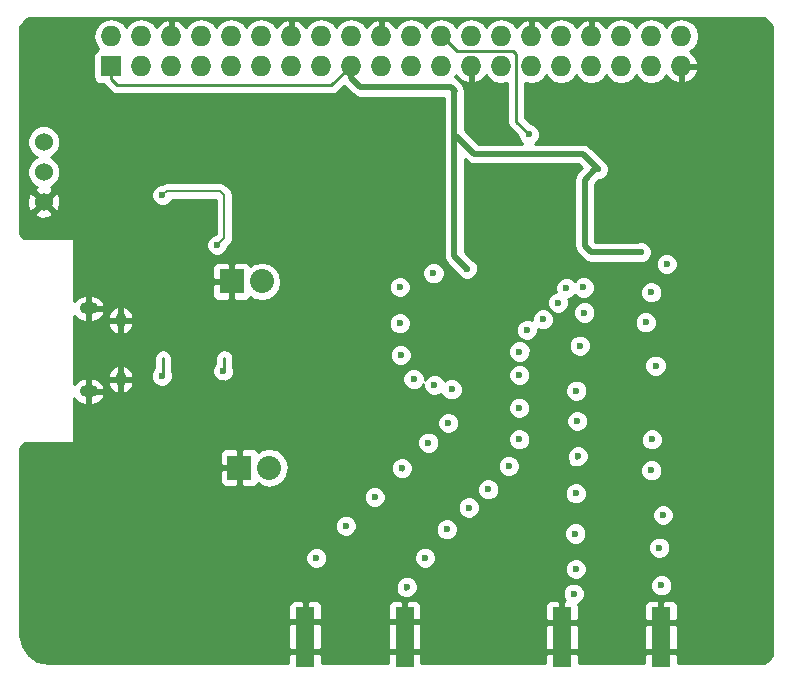
<source format=gbl>
G04 #@! TF.FileFunction,Copper,L2,Bot,Signal*
%FSLAX46Y46*%
G04 Gerber Fmt 4.6, Leading zero omitted, Abs format (unit mm)*
G04 Created by KiCad (PCBNEW 4.0.4-stable) date 04/26/17 16:15:40*
%MOMM*%
%LPD*%
G01*
G04 APERTURE LIST*
%ADD10C,0.100000*%
%ADD11R,1.727200X1.727200*%
%ADD12O,1.727200X1.727200*%
%ADD13O,0.950000X1.250000*%
%ADD14O,1.550000X1.000000*%
%ADD15R,2.032000X2.032000*%
%ADD16O,2.032000X2.032000*%
%ADD17C,1.524000*%
%ADD18R,1.600000X2.500000*%
%ADD19C,0.600000*%
%ADD20C,0.250000*%
%ADD21C,0.200000*%
%ADD22C,0.500000*%
%ADD23C,0.254000*%
G04 APERTURE END LIST*
D10*
D11*
X83110000Y-98290000D03*
D12*
X83110000Y-95750000D03*
X85650000Y-98290000D03*
X85650000Y-95750000D03*
X88190000Y-98290000D03*
X88190000Y-95750000D03*
X90730000Y-98290000D03*
X90730000Y-95750000D03*
X93270000Y-98290000D03*
X93270000Y-95750000D03*
X95810000Y-98290000D03*
X95810000Y-95750000D03*
X98350000Y-98290000D03*
X98350000Y-95750000D03*
X100890000Y-98290000D03*
X100890000Y-95750000D03*
X103430000Y-98290000D03*
X103430000Y-95750000D03*
X105970000Y-98290000D03*
X105970000Y-95750000D03*
X108510000Y-98290000D03*
X108510000Y-95750000D03*
X111050000Y-98290000D03*
X111050000Y-95750000D03*
X113590000Y-98290000D03*
X113590000Y-95750000D03*
X116130000Y-98290000D03*
X116130000Y-95750000D03*
X118670000Y-98290000D03*
X118670000Y-95750000D03*
X121210000Y-98290000D03*
X121210000Y-95750000D03*
X123750000Y-98290000D03*
X123750000Y-95750000D03*
X126290000Y-98290000D03*
X126290000Y-95750000D03*
X128830000Y-98290000D03*
X128830000Y-95750000D03*
X131370000Y-98290000D03*
X131370000Y-95750000D03*
D13*
X83902540Y-119799100D03*
X83902540Y-124799100D03*
D14*
X81202540Y-118799100D03*
X81202540Y-125799100D03*
D15*
X93310000Y-116510000D03*
D16*
X95850000Y-116510000D03*
D17*
X77400000Y-107240000D03*
X77400000Y-104700000D03*
X77400000Y-109780000D03*
D18*
X107950000Y-145340000D03*
X107950000Y-147840000D03*
X99550000Y-145340000D03*
X99550000Y-147840000D03*
X129660000Y-145380000D03*
X129660000Y-147880000D03*
X121260000Y-145380000D03*
X121260000Y-147880000D03*
D15*
X93970000Y-132280000D03*
D16*
X96510000Y-132280000D03*
D19*
X92600000Y-124100000D03*
X87400000Y-124500000D03*
X110400000Y-115810000D03*
X107550000Y-116980000D03*
X107550000Y-120050000D03*
X107620000Y-122740000D03*
X108710000Y-124780000D03*
X110470000Y-125280000D03*
X111930000Y-125650000D03*
X111650000Y-128500000D03*
X109970000Y-130150000D03*
X107720000Y-132320000D03*
X105420000Y-134760000D03*
X102980000Y-137200000D03*
X100480000Y-139930000D03*
X130140000Y-115030000D03*
X128830000Y-117430000D03*
X128360000Y-119970000D03*
X129200000Y-123630000D03*
X128890000Y-129880000D03*
X128850000Y-132510000D03*
X129840000Y-136280000D03*
X129520000Y-139050000D03*
X129700000Y-142240000D03*
X122270000Y-142940000D03*
X122450000Y-140860000D03*
X122420000Y-137850000D03*
X122450000Y-134450000D03*
X122640000Y-131290000D03*
X122570000Y-128320000D03*
X122490000Y-125760000D03*
X122790000Y-121940000D03*
X123180000Y-119140000D03*
X123100000Y-117020000D03*
X121660000Y-117060000D03*
X120940000Y-118300000D03*
X119680000Y-119710000D03*
X118300000Y-120630000D03*
X117680000Y-122440000D03*
X117670000Y-124430000D03*
X117660000Y-127210000D03*
X117660000Y-129870000D03*
X116760000Y-132130000D03*
X115030000Y-134110000D03*
X113390000Y-135650000D03*
X111530000Y-137490000D03*
X109690000Y-139900000D03*
X108140000Y-142360000D03*
X128380000Y-112590000D03*
X129840000Y-126820000D03*
X129970000Y-134390000D03*
X116320000Y-111470000D03*
X109850000Y-110440000D03*
X115030000Y-107980000D03*
X105290000Y-108550000D03*
X104980000Y-112390000D03*
X102730000Y-116460000D03*
X128380000Y-109360000D03*
X95050000Y-103550000D03*
X95050000Y-107100000D03*
X97600000Y-105250000D03*
X98550000Y-106700000D03*
X97500000Y-110200000D03*
X92600000Y-125100000D03*
X91700000Y-135300000D03*
X93000000Y-136500000D03*
X87450000Y-109200000D03*
X92075000Y-113425000D03*
X127970000Y-114030000D03*
X124310000Y-107010000D03*
X113250000Y-115450000D03*
X118480000Y-104060000D03*
D20*
X92700000Y-123000000D02*
X92700000Y-124000000D01*
X92700000Y-124000000D02*
X92600000Y-124100000D01*
X87500000Y-123000000D02*
X87500000Y-124400000D01*
X87500000Y-124400000D02*
X87400000Y-124500000D01*
X111620000Y-128500000D02*
X111650000Y-128500000D01*
X107720000Y-132460000D02*
X107720000Y-132320000D01*
X128850000Y-132510000D02*
X128890000Y-132470000D01*
X129660000Y-142280000D02*
X129700000Y-142240000D01*
X122420000Y-137850000D02*
X122450000Y-137880000D01*
X122640000Y-131290000D02*
X122450000Y-131480000D01*
X122490000Y-125760000D02*
X122570000Y-125840000D01*
X121660000Y-117060000D02*
X121700000Y-117020000D01*
X120940000Y-118450000D02*
X120940000Y-118300000D01*
X117660000Y-127210000D02*
X117670000Y-127200000D01*
X114930000Y-134110000D02*
X115030000Y-134110000D01*
X107950000Y-142550000D02*
X108140000Y-142360000D01*
D21*
X87450000Y-109200000D02*
X87800000Y-108850000D01*
X87800000Y-108850000D02*
X92350000Y-108850000D01*
X92350000Y-108850000D02*
X92700000Y-109200000D01*
X92700000Y-109200000D02*
X92700000Y-112800000D01*
X92700000Y-112800000D02*
X92075000Y-113425000D01*
D22*
X124310000Y-107010000D02*
X124100000Y-107010000D01*
X123740000Y-114030000D02*
X127970000Y-114030000D01*
X123220000Y-113510000D02*
X123740000Y-114030000D01*
X123220000Y-107890000D02*
X123220000Y-113510000D01*
X124100000Y-107010000D02*
X123220000Y-107890000D01*
X112310000Y-104180000D02*
X113850000Y-105720000D01*
X113850000Y-105720000D02*
X123020000Y-105720000D01*
X123020000Y-105720000D02*
X124310000Y-107010000D01*
X112310000Y-104180000D02*
X112175000Y-104180000D01*
X112175000Y-100325000D02*
X112175000Y-104180000D01*
X112175000Y-104180000D02*
X112175000Y-114375000D01*
X112175000Y-114375000D02*
X113250000Y-115450000D01*
D20*
X103430000Y-98290000D02*
X103380000Y-98290000D01*
X103380000Y-98290000D02*
X101760000Y-99910000D01*
X83110000Y-99400000D02*
X83110000Y-98290000D01*
X83620000Y-99910000D02*
X83110000Y-99400000D01*
X101760000Y-99910000D02*
X83620000Y-99910000D01*
D22*
X103430000Y-98290000D02*
X103430000Y-99280000D01*
X111900000Y-100050000D02*
X112175000Y-100325000D01*
X112175000Y-100325000D02*
X112200000Y-100350000D01*
X104200000Y-100050000D02*
X111900000Y-100050000D01*
X103430000Y-99280000D02*
X104200000Y-100050000D01*
D20*
X112400000Y-96990000D02*
X117120000Y-96990000D01*
X117120000Y-96990000D02*
X117390000Y-97260000D01*
X117390000Y-97260000D02*
X117390000Y-102970000D01*
X117390000Y-102970000D02*
X118480000Y-104060000D01*
X112400000Y-96990000D02*
X111160000Y-95750000D01*
X111050000Y-95750000D02*
X111160000Y-95750000D01*
D23*
G36*
X138591024Y-94395630D02*
X138831748Y-94636354D01*
X138975888Y-94804517D01*
X139046288Y-94898384D01*
X139055000Y-94911452D01*
X139055000Y-146530000D01*
X139055995Y-146535000D01*
X139055000Y-146540000D01*
X139055000Y-148126048D01*
X139021288Y-148176616D01*
X138949582Y-148272224D01*
X138855230Y-148390164D01*
X138639263Y-148606131D01*
X138496202Y-148725348D01*
X138401616Y-148796288D01*
X138343548Y-148835000D01*
X131095000Y-148835000D01*
X131095000Y-148165750D01*
X130936250Y-148007000D01*
X129787000Y-148007000D01*
X129787000Y-148027000D01*
X129533000Y-148027000D01*
X129533000Y-148007000D01*
X128383750Y-148007000D01*
X128225000Y-148165750D01*
X128225000Y-148835000D01*
X122695000Y-148835000D01*
X122695000Y-148165750D01*
X122536250Y-148007000D01*
X121387000Y-148007000D01*
X121387000Y-148027000D01*
X121133000Y-148027000D01*
X121133000Y-148007000D01*
X119983750Y-148007000D01*
X119825000Y-148165750D01*
X119825000Y-148835000D01*
X109385000Y-148835000D01*
X109385000Y-148125750D01*
X109226250Y-147967000D01*
X108077000Y-147967000D01*
X108077000Y-147987000D01*
X107823000Y-147987000D01*
X107823000Y-147967000D01*
X106673750Y-147967000D01*
X106515000Y-148125750D01*
X106515000Y-148835000D01*
X100985000Y-148835000D01*
X100985000Y-148125750D01*
X100826250Y-147967000D01*
X99677000Y-147967000D01*
X99677000Y-147987000D01*
X99423000Y-147987000D01*
X99423000Y-147967000D01*
X98273750Y-147967000D01*
X98115000Y-148125750D01*
X98115000Y-148835000D01*
X77807467Y-148835000D01*
X76859225Y-148646383D01*
X76112537Y-148147463D01*
X75613617Y-147400777D01*
X75425000Y-146452533D01*
X75425000Y-145625750D01*
X98115000Y-145625750D01*
X98115000Y-147554250D01*
X98273750Y-147713000D01*
X99423000Y-147713000D01*
X99423000Y-145467000D01*
X99677000Y-145467000D01*
X99677000Y-147713000D01*
X100826250Y-147713000D01*
X100985000Y-147554250D01*
X100985000Y-145625750D01*
X106515000Y-145625750D01*
X106515000Y-147554250D01*
X106673750Y-147713000D01*
X107823000Y-147713000D01*
X107823000Y-145467000D01*
X108077000Y-145467000D01*
X108077000Y-147713000D01*
X109226250Y-147713000D01*
X109385000Y-147554250D01*
X109385000Y-145665750D01*
X119825000Y-145665750D01*
X119825000Y-147594250D01*
X119983750Y-147753000D01*
X121133000Y-147753000D01*
X121133000Y-145507000D01*
X121387000Y-145507000D01*
X121387000Y-147753000D01*
X122536250Y-147753000D01*
X122695000Y-147594250D01*
X122695000Y-145665750D01*
X128225000Y-145665750D01*
X128225000Y-147594250D01*
X128383750Y-147753000D01*
X129533000Y-147753000D01*
X129533000Y-145507000D01*
X129787000Y-145507000D01*
X129787000Y-147753000D01*
X130936250Y-147753000D01*
X131095000Y-147594250D01*
X131095000Y-145665750D01*
X130936250Y-145507000D01*
X129787000Y-145507000D01*
X129533000Y-145507000D01*
X128383750Y-145507000D01*
X128225000Y-145665750D01*
X122695000Y-145665750D01*
X122536250Y-145507000D01*
X121387000Y-145507000D01*
X121133000Y-145507000D01*
X119983750Y-145507000D01*
X119825000Y-145665750D01*
X109385000Y-145665750D01*
X109385000Y-145625750D01*
X109226250Y-145467000D01*
X108077000Y-145467000D01*
X107823000Y-145467000D01*
X106673750Y-145467000D01*
X106515000Y-145625750D01*
X100985000Y-145625750D01*
X100826250Y-145467000D01*
X99677000Y-145467000D01*
X99423000Y-145467000D01*
X98273750Y-145467000D01*
X98115000Y-145625750D01*
X75425000Y-145625750D01*
X75425000Y-143963690D01*
X98115000Y-143963690D01*
X98115000Y-145054250D01*
X98273750Y-145213000D01*
X99423000Y-145213000D01*
X99423000Y-143613750D01*
X99677000Y-143613750D01*
X99677000Y-145213000D01*
X100826250Y-145213000D01*
X100985000Y-145054250D01*
X100985000Y-143963690D01*
X106515000Y-143963690D01*
X106515000Y-145054250D01*
X106673750Y-145213000D01*
X107823000Y-145213000D01*
X107823000Y-143613750D01*
X108077000Y-143613750D01*
X108077000Y-145213000D01*
X109226250Y-145213000D01*
X109385000Y-145054250D01*
X109385000Y-144003690D01*
X119825000Y-144003690D01*
X119825000Y-145094250D01*
X119983750Y-145253000D01*
X121133000Y-145253000D01*
X121133000Y-143653750D01*
X120974250Y-143495000D01*
X120333691Y-143495000D01*
X120100302Y-143591673D01*
X119921673Y-143770301D01*
X119825000Y-144003690D01*
X109385000Y-144003690D01*
X109385000Y-143963690D01*
X109288327Y-143730301D01*
X109109698Y-143551673D01*
X108876309Y-143455000D01*
X108235750Y-143455000D01*
X108077000Y-143613750D01*
X107823000Y-143613750D01*
X107664250Y-143455000D01*
X107023691Y-143455000D01*
X106790302Y-143551673D01*
X106611673Y-143730301D01*
X106515000Y-143963690D01*
X100985000Y-143963690D01*
X100888327Y-143730301D01*
X100709698Y-143551673D01*
X100476309Y-143455000D01*
X99835750Y-143455000D01*
X99677000Y-143613750D01*
X99423000Y-143613750D01*
X99264250Y-143455000D01*
X98623691Y-143455000D01*
X98390302Y-143551673D01*
X98211673Y-143730301D01*
X98115000Y-143963690D01*
X75425000Y-143963690D01*
X75425000Y-142550000D01*
X107190000Y-142550000D01*
X107247852Y-142840839D01*
X107412599Y-143087401D01*
X107659161Y-143252148D01*
X107950000Y-143310000D01*
X108025905Y-143294901D01*
X108325167Y-143295162D01*
X108668943Y-143153117D01*
X108696941Y-143125167D01*
X121334838Y-143125167D01*
X121476883Y-143468943D01*
X121524304Y-143516446D01*
X121387000Y-143653750D01*
X121387000Y-145253000D01*
X122536250Y-145253000D01*
X122695000Y-145094250D01*
X122695000Y-144003690D01*
X128225000Y-144003690D01*
X128225000Y-145094250D01*
X128383750Y-145253000D01*
X129533000Y-145253000D01*
X129533000Y-143653750D01*
X129787000Y-143653750D01*
X129787000Y-145253000D01*
X130936250Y-145253000D01*
X131095000Y-145094250D01*
X131095000Y-144003690D01*
X130998327Y-143770301D01*
X130819698Y-143591673D01*
X130586309Y-143495000D01*
X129945750Y-143495000D01*
X129787000Y-143653750D01*
X129533000Y-143653750D01*
X129374250Y-143495000D01*
X128733691Y-143495000D01*
X128500302Y-143591673D01*
X128321673Y-143770301D01*
X128225000Y-144003690D01*
X122695000Y-144003690D01*
X122614493Y-143809330D01*
X122798943Y-143733117D01*
X123062192Y-143470327D01*
X123204838Y-143126799D01*
X123205162Y-142754833D01*
X123068948Y-142425167D01*
X128764838Y-142425167D01*
X128906883Y-142768943D01*
X129169673Y-143032192D01*
X129513201Y-143174838D01*
X129885167Y-143175162D01*
X130228943Y-143033117D01*
X130492192Y-142770327D01*
X130634838Y-142426799D01*
X130635162Y-142054833D01*
X130493117Y-141711057D01*
X130230327Y-141447808D01*
X129886799Y-141305162D01*
X129514833Y-141304838D01*
X129171057Y-141446883D01*
X128907808Y-141709673D01*
X128765162Y-142053201D01*
X128764838Y-142425167D01*
X123068948Y-142425167D01*
X123063117Y-142411057D01*
X122800327Y-142147808D01*
X122456799Y-142005162D01*
X122084833Y-142004838D01*
X121741057Y-142146883D01*
X121477808Y-142409673D01*
X121335162Y-142753201D01*
X121334838Y-143125167D01*
X108696941Y-143125167D01*
X108932192Y-142890327D01*
X109074838Y-142546799D01*
X109075162Y-142174833D01*
X108933117Y-141831057D01*
X108670327Y-141567808D01*
X108326799Y-141425162D01*
X107954833Y-141424838D01*
X107611057Y-141566883D01*
X107347808Y-141829673D01*
X107205162Y-142173201D01*
X107204899Y-142475098D01*
X107190000Y-142550000D01*
X75425000Y-142550000D01*
X75425000Y-141045167D01*
X121514838Y-141045167D01*
X121656883Y-141388943D01*
X121919673Y-141652192D01*
X122263201Y-141794838D01*
X122635167Y-141795162D01*
X122978943Y-141653117D01*
X123242192Y-141390327D01*
X123384838Y-141046799D01*
X123385162Y-140674833D01*
X123243117Y-140331057D01*
X122980327Y-140067808D01*
X122636799Y-139925162D01*
X122264833Y-139924838D01*
X121921057Y-140066883D01*
X121657808Y-140329673D01*
X121515162Y-140673201D01*
X121514838Y-141045167D01*
X75425000Y-141045167D01*
X75425000Y-140115167D01*
X99544838Y-140115167D01*
X99686883Y-140458943D01*
X99949673Y-140722192D01*
X100293201Y-140864838D01*
X100665167Y-140865162D01*
X101008943Y-140723117D01*
X101272192Y-140460327D01*
X101414838Y-140116799D01*
X101414865Y-140085167D01*
X108754838Y-140085167D01*
X108896883Y-140428943D01*
X109159673Y-140692192D01*
X109503201Y-140834838D01*
X109875167Y-140835162D01*
X110218943Y-140693117D01*
X110482192Y-140430327D01*
X110624838Y-140086799D01*
X110625162Y-139714833D01*
X110483117Y-139371057D01*
X110347464Y-139235167D01*
X128584838Y-139235167D01*
X128726883Y-139578943D01*
X128989673Y-139842192D01*
X129333201Y-139984838D01*
X129705167Y-139985162D01*
X130048943Y-139843117D01*
X130312192Y-139580327D01*
X130454838Y-139236799D01*
X130455162Y-138864833D01*
X130313117Y-138521057D01*
X130050327Y-138257808D01*
X129706799Y-138115162D01*
X129334833Y-138114838D01*
X128991057Y-138256883D01*
X128727808Y-138519673D01*
X128585162Y-138863201D01*
X128584838Y-139235167D01*
X110347464Y-139235167D01*
X110220327Y-139107808D01*
X109876799Y-138965162D01*
X109504833Y-138964838D01*
X109161057Y-139106883D01*
X108897808Y-139369673D01*
X108755162Y-139713201D01*
X108754838Y-140085167D01*
X101414865Y-140085167D01*
X101415162Y-139744833D01*
X101273117Y-139401057D01*
X101010327Y-139137808D01*
X100666799Y-138995162D01*
X100294833Y-138994838D01*
X99951057Y-139136883D01*
X99687808Y-139399673D01*
X99545162Y-139743201D01*
X99544838Y-140115167D01*
X75425000Y-140115167D01*
X75425000Y-137385167D01*
X102044838Y-137385167D01*
X102186883Y-137728943D01*
X102449673Y-137992192D01*
X102793201Y-138134838D01*
X103165167Y-138135162D01*
X103508943Y-137993117D01*
X103772192Y-137730327D01*
X103795096Y-137675167D01*
X110594838Y-137675167D01*
X110736883Y-138018943D01*
X110999673Y-138282192D01*
X111343201Y-138424838D01*
X111715167Y-138425162D01*
X112058943Y-138283117D01*
X112307326Y-138035167D01*
X121484838Y-138035167D01*
X121626883Y-138378943D01*
X121889673Y-138642192D01*
X122233201Y-138784838D01*
X122605167Y-138785162D01*
X122948943Y-138643117D01*
X123212192Y-138380327D01*
X123354838Y-138036799D01*
X123355162Y-137664833D01*
X123213117Y-137321057D01*
X122950327Y-137057808D01*
X122606799Y-136915162D01*
X122234833Y-136914838D01*
X121891057Y-137056883D01*
X121627808Y-137319673D01*
X121485162Y-137663201D01*
X121484838Y-138035167D01*
X112307326Y-138035167D01*
X112322192Y-138020327D01*
X112464838Y-137676799D01*
X112465162Y-137304833D01*
X112323117Y-136961057D01*
X112060327Y-136697808D01*
X111716799Y-136555162D01*
X111344833Y-136554838D01*
X111001057Y-136696883D01*
X110737808Y-136959673D01*
X110595162Y-137303201D01*
X110594838Y-137675167D01*
X103795096Y-137675167D01*
X103914838Y-137386799D01*
X103915162Y-137014833D01*
X103773117Y-136671057D01*
X103510327Y-136407808D01*
X103166799Y-136265162D01*
X102794833Y-136264838D01*
X102451057Y-136406883D01*
X102187808Y-136669673D01*
X102045162Y-137013201D01*
X102044838Y-137385167D01*
X75425000Y-137385167D01*
X75425000Y-135835167D01*
X112454838Y-135835167D01*
X112596883Y-136178943D01*
X112859673Y-136442192D01*
X113203201Y-136584838D01*
X113575167Y-136585162D01*
X113865577Y-136465167D01*
X128904838Y-136465167D01*
X129046883Y-136808943D01*
X129309673Y-137072192D01*
X129653201Y-137214838D01*
X130025167Y-137215162D01*
X130368943Y-137073117D01*
X130632192Y-136810327D01*
X130774838Y-136466799D01*
X130775162Y-136094833D01*
X130633117Y-135751057D01*
X130370327Y-135487808D01*
X130026799Y-135345162D01*
X129654833Y-135344838D01*
X129311057Y-135486883D01*
X129047808Y-135749673D01*
X128905162Y-136093201D01*
X128904838Y-136465167D01*
X113865577Y-136465167D01*
X113918943Y-136443117D01*
X114182192Y-136180327D01*
X114324838Y-135836799D01*
X114325162Y-135464833D01*
X114183117Y-135121057D01*
X113920327Y-134857808D01*
X113576799Y-134715162D01*
X113204833Y-134714838D01*
X112861057Y-134856883D01*
X112597808Y-135119673D01*
X112455162Y-135463201D01*
X112454838Y-135835167D01*
X75425000Y-135835167D01*
X75425000Y-134945167D01*
X104484838Y-134945167D01*
X104626883Y-135288943D01*
X104889673Y-135552192D01*
X105233201Y-135694838D01*
X105605167Y-135695162D01*
X105948943Y-135553117D01*
X106212192Y-135290327D01*
X106354838Y-134946799D01*
X106355162Y-134574833D01*
X106239607Y-134295167D01*
X114094838Y-134295167D01*
X114236883Y-134638943D01*
X114499673Y-134902192D01*
X114843201Y-135044838D01*
X115215167Y-135045162D01*
X115558943Y-134903117D01*
X115822192Y-134640327D01*
X115824334Y-134635167D01*
X121514838Y-134635167D01*
X121656883Y-134978943D01*
X121919673Y-135242192D01*
X122263201Y-135384838D01*
X122635167Y-135385162D01*
X122978943Y-135243117D01*
X123242192Y-134980327D01*
X123384838Y-134636799D01*
X123385162Y-134264833D01*
X123243117Y-133921057D01*
X122980327Y-133657808D01*
X122636799Y-133515162D01*
X122264833Y-133514838D01*
X121921057Y-133656883D01*
X121657808Y-133919673D01*
X121515162Y-134263201D01*
X121514838Y-134635167D01*
X115824334Y-134635167D01*
X115964838Y-134296799D01*
X115965162Y-133924833D01*
X115823117Y-133581057D01*
X115560327Y-133317808D01*
X115216799Y-133175162D01*
X114844833Y-133174838D01*
X114501057Y-133316883D01*
X114237808Y-133579673D01*
X114095162Y-133923201D01*
X114094838Y-134295167D01*
X106239607Y-134295167D01*
X106213117Y-134231057D01*
X105950327Y-133967808D01*
X105606799Y-133825162D01*
X105234833Y-133824838D01*
X104891057Y-133966883D01*
X104627808Y-134229673D01*
X104485162Y-134573201D01*
X104484838Y-134945167D01*
X75425000Y-134945167D01*
X75425000Y-132565750D01*
X92319000Y-132565750D01*
X92319000Y-133422309D01*
X92415673Y-133655698D01*
X92594301Y-133834327D01*
X92827690Y-133931000D01*
X93684250Y-133931000D01*
X93843000Y-133772250D01*
X93843000Y-132407000D01*
X92477750Y-132407000D01*
X92319000Y-132565750D01*
X75425000Y-132565750D01*
X75425000Y-131137691D01*
X92319000Y-131137691D01*
X92319000Y-131994250D01*
X92477750Y-132153000D01*
X93843000Y-132153000D01*
X93843000Y-130787750D01*
X94097000Y-130787750D01*
X94097000Y-132153000D01*
X94117000Y-132153000D01*
X94117000Y-132407000D01*
X94097000Y-132407000D01*
X94097000Y-133772250D01*
X94255750Y-133931000D01*
X95112310Y-133931000D01*
X95345699Y-133834327D01*
X95524327Y-133655698D01*
X95541999Y-133613034D01*
X95878190Y-133837670D01*
X96510000Y-133963345D01*
X97141810Y-133837670D01*
X97677433Y-133479778D01*
X98035325Y-132944155D01*
X98122645Y-132505167D01*
X106784838Y-132505167D01*
X106926883Y-132848943D01*
X107189673Y-133112192D01*
X107533201Y-133254838D01*
X107905167Y-133255162D01*
X108248943Y-133113117D01*
X108512192Y-132850327D01*
X108654838Y-132506799D01*
X108655004Y-132315167D01*
X115824838Y-132315167D01*
X115966883Y-132658943D01*
X116229673Y-132922192D01*
X116573201Y-133064838D01*
X116945167Y-133065162D01*
X117288943Y-132923117D01*
X117517291Y-132695167D01*
X127914838Y-132695167D01*
X128056883Y-133038943D01*
X128319673Y-133302192D01*
X128663201Y-133444838D01*
X129035167Y-133445162D01*
X129378943Y-133303117D01*
X129642192Y-133040327D01*
X129784838Y-132696799D01*
X129785162Y-132324833D01*
X129643117Y-131981057D01*
X129380327Y-131717808D01*
X129036799Y-131575162D01*
X128664833Y-131574838D01*
X128321057Y-131716883D01*
X128057808Y-131979673D01*
X127915162Y-132323201D01*
X127914838Y-132695167D01*
X117517291Y-132695167D01*
X117552192Y-132660327D01*
X117694838Y-132316799D01*
X117695162Y-131944833D01*
X117553117Y-131601057D01*
X117432272Y-131480000D01*
X121690000Y-131480000D01*
X121747852Y-131770839D01*
X121912599Y-132017401D01*
X122159161Y-132182148D01*
X122450000Y-132240000D01*
X122525905Y-132224901D01*
X122825167Y-132225162D01*
X123168943Y-132083117D01*
X123432192Y-131820327D01*
X123574838Y-131476799D01*
X123575162Y-131104833D01*
X123433117Y-130761057D01*
X123170327Y-130497808D01*
X122826799Y-130355162D01*
X122454833Y-130354838D01*
X122111057Y-130496883D01*
X121847808Y-130759673D01*
X121705162Y-131103201D01*
X121704899Y-131405098D01*
X121690000Y-131480000D01*
X117432272Y-131480000D01*
X117290327Y-131337808D01*
X116946799Y-131195162D01*
X116574833Y-131194838D01*
X116231057Y-131336883D01*
X115967808Y-131599673D01*
X115825162Y-131943201D01*
X115824838Y-132315167D01*
X108655004Y-132315167D01*
X108655162Y-132134833D01*
X108513117Y-131791057D01*
X108250327Y-131527808D01*
X107906799Y-131385162D01*
X107534833Y-131384838D01*
X107191057Y-131526883D01*
X106927808Y-131789673D01*
X106785162Y-132133201D01*
X106784838Y-132505167D01*
X98122645Y-132505167D01*
X98161000Y-132312345D01*
X98161000Y-132247655D01*
X98035325Y-131615845D01*
X97677433Y-131080222D01*
X97141810Y-130722330D01*
X96510000Y-130596655D01*
X95878190Y-130722330D01*
X95541999Y-130946966D01*
X95524327Y-130904302D01*
X95345699Y-130725673D01*
X95112310Y-130629000D01*
X94255750Y-130629000D01*
X94097000Y-130787750D01*
X93843000Y-130787750D01*
X93684250Y-130629000D01*
X92827690Y-130629000D01*
X92594301Y-130725673D01*
X92415673Y-130904302D01*
X92319000Y-131137691D01*
X75425000Y-131137691D01*
X75425000Y-130585155D01*
X75655758Y-130335167D01*
X109034838Y-130335167D01*
X109176883Y-130678943D01*
X109439673Y-130942192D01*
X109783201Y-131084838D01*
X110155167Y-131085162D01*
X110498943Y-130943117D01*
X110762192Y-130680327D01*
X110904838Y-130336799D01*
X110905083Y-130055167D01*
X116724838Y-130055167D01*
X116866883Y-130398943D01*
X117129673Y-130662192D01*
X117473201Y-130804838D01*
X117845167Y-130805162D01*
X118188943Y-130663117D01*
X118452192Y-130400327D01*
X118591363Y-130065167D01*
X127954838Y-130065167D01*
X128096883Y-130408943D01*
X128359673Y-130672192D01*
X128703201Y-130814838D01*
X129075167Y-130815162D01*
X129418943Y-130673117D01*
X129682192Y-130410327D01*
X129824838Y-130066799D01*
X129825162Y-129694833D01*
X129683117Y-129351057D01*
X129420327Y-129087808D01*
X129076799Y-128945162D01*
X128704833Y-128944838D01*
X128361057Y-129086883D01*
X128097808Y-129349673D01*
X127955162Y-129693201D01*
X127954838Y-130065167D01*
X118591363Y-130065167D01*
X118594838Y-130056799D01*
X118595162Y-129684833D01*
X118453117Y-129341057D01*
X118190327Y-129077808D01*
X117846799Y-128935162D01*
X117474833Y-128934838D01*
X117131057Y-129076883D01*
X116867808Y-129339673D01*
X116725162Y-129683201D01*
X116724838Y-130055167D01*
X110905083Y-130055167D01*
X110905162Y-129964833D01*
X110763117Y-129621057D01*
X110500327Y-129357808D01*
X110156799Y-129215162D01*
X109784833Y-129214838D01*
X109441057Y-129356883D01*
X109177808Y-129619673D01*
X109035162Y-129963201D01*
X109034838Y-130335167D01*
X75655758Y-130335167D01*
X75755605Y-130227000D01*
X79850000Y-130227000D01*
X79899410Y-130216994D01*
X79941035Y-130188553D01*
X79968315Y-130146159D01*
X79977000Y-130100000D01*
X79977000Y-128685167D01*
X110714838Y-128685167D01*
X110856883Y-129028943D01*
X111119673Y-129292192D01*
X111463201Y-129434838D01*
X111835167Y-129435162D01*
X112178943Y-129293117D01*
X112442192Y-129030327D01*
X112584838Y-128686799D01*
X112584996Y-128505167D01*
X121634838Y-128505167D01*
X121776883Y-128848943D01*
X122039673Y-129112192D01*
X122383201Y-129254838D01*
X122755167Y-129255162D01*
X123098943Y-129113117D01*
X123362192Y-128850327D01*
X123504838Y-128506799D01*
X123505162Y-128134833D01*
X123363117Y-127791057D01*
X123100327Y-127527808D01*
X122756799Y-127385162D01*
X122384833Y-127384838D01*
X122041057Y-127526883D01*
X121777808Y-127789673D01*
X121635162Y-128133201D01*
X121634838Y-128505167D01*
X112584996Y-128505167D01*
X112585162Y-128314833D01*
X112443117Y-127971057D01*
X112180327Y-127707808D01*
X111836799Y-127565162D01*
X111464833Y-127564838D01*
X111121057Y-127706883D01*
X110857808Y-127969673D01*
X110715162Y-128313201D01*
X110714838Y-128685167D01*
X79977000Y-128685167D01*
X79977000Y-127395167D01*
X116724838Y-127395167D01*
X116866883Y-127738943D01*
X117129673Y-128002192D01*
X117473201Y-128144838D01*
X117845167Y-128145162D01*
X118188943Y-128003117D01*
X118452192Y-127740327D01*
X118594838Y-127396799D01*
X118595162Y-127024833D01*
X118453117Y-126681057D01*
X118190327Y-126417808D01*
X117846799Y-126275162D01*
X117474833Y-126274838D01*
X117131057Y-126416883D01*
X116867808Y-126679673D01*
X116725162Y-127023201D01*
X116724838Y-127395167D01*
X79977000Y-127395167D01*
X79977000Y-126393389D01*
X80035172Y-126511863D01*
X80375862Y-126799102D01*
X80800540Y-126934100D01*
X81075540Y-126934100D01*
X81075540Y-125926100D01*
X81329540Y-125926100D01*
X81329540Y-126934100D01*
X81604540Y-126934100D01*
X82029218Y-126799102D01*
X82369908Y-126511863D01*
X82571659Y-126100974D01*
X82445494Y-125926100D01*
X81329540Y-125926100D01*
X81075540Y-125926100D01*
X81055540Y-125926100D01*
X81055540Y-125672100D01*
X81075540Y-125672100D01*
X81075540Y-124664100D01*
X81329540Y-124664100D01*
X81329540Y-125672100D01*
X82445494Y-125672100D01*
X82571659Y-125497226D01*
X82376731Y-125100231D01*
X82801311Y-125100231D01*
X82942972Y-125510149D01*
X83230719Y-125834652D01*
X83604602Y-126018368D01*
X83775540Y-125891834D01*
X83775540Y-124926100D01*
X84029540Y-124926100D01*
X84029540Y-125891834D01*
X84200478Y-126018368D01*
X84574361Y-125834652D01*
X84862108Y-125510149D01*
X85003769Y-125100231D01*
X84855103Y-124926100D01*
X84029540Y-124926100D01*
X83775540Y-124926100D01*
X82949977Y-124926100D01*
X82801311Y-125100231D01*
X82376731Y-125100231D01*
X82369908Y-125086337D01*
X82029218Y-124799098D01*
X81670813Y-124685167D01*
X86464838Y-124685167D01*
X86606883Y-125028943D01*
X86869673Y-125292192D01*
X87213201Y-125434838D01*
X87585167Y-125435162D01*
X87928943Y-125293117D01*
X88192192Y-125030327D01*
X88334838Y-124686799D01*
X88335162Y-124314833D01*
X88322905Y-124285167D01*
X91664838Y-124285167D01*
X91806883Y-124628943D01*
X92069673Y-124892192D01*
X92413201Y-125034838D01*
X92785167Y-125035162D01*
X92954568Y-124965167D01*
X107774838Y-124965167D01*
X107916883Y-125308943D01*
X108179673Y-125572192D01*
X108523201Y-125714838D01*
X108895167Y-125715162D01*
X109238943Y-125573117D01*
X109502192Y-125310327D01*
X109535042Y-125231216D01*
X109534838Y-125465167D01*
X109676883Y-125808943D01*
X109939673Y-126072192D01*
X110283201Y-126214838D01*
X110655167Y-126215162D01*
X110998943Y-126073117D01*
X111065644Y-126006532D01*
X111136883Y-126178943D01*
X111399673Y-126442192D01*
X111743201Y-126584838D01*
X112115167Y-126585162D01*
X112458943Y-126443117D01*
X112722192Y-126180327D01*
X112819839Y-125945167D01*
X121554838Y-125945167D01*
X121696883Y-126288943D01*
X121959673Y-126552192D01*
X122303201Y-126694838D01*
X122675167Y-126695162D01*
X123018943Y-126553117D01*
X123282192Y-126290327D01*
X123424838Y-125946799D01*
X123425162Y-125574833D01*
X123283117Y-125231057D01*
X123020327Y-124967808D01*
X122676799Y-124825162D01*
X122304833Y-124824838D01*
X121961057Y-124966883D01*
X121697808Y-125229673D01*
X121555162Y-125573201D01*
X121554838Y-125945167D01*
X112819839Y-125945167D01*
X112864838Y-125836799D01*
X112865162Y-125464833D01*
X112723117Y-125121057D01*
X112460327Y-124857808D01*
X112116799Y-124715162D01*
X111744833Y-124714838D01*
X111401057Y-124856883D01*
X111334356Y-124923468D01*
X111263117Y-124751057D01*
X111127464Y-124615167D01*
X116734838Y-124615167D01*
X116876883Y-124958943D01*
X117139673Y-125222192D01*
X117483201Y-125364838D01*
X117855167Y-125365162D01*
X118198943Y-125223117D01*
X118462192Y-124960327D01*
X118604838Y-124616799D01*
X118605162Y-124244833D01*
X118463117Y-123901057D01*
X118377377Y-123815167D01*
X128264838Y-123815167D01*
X128406883Y-124158943D01*
X128669673Y-124422192D01*
X129013201Y-124564838D01*
X129385167Y-124565162D01*
X129728943Y-124423117D01*
X129992192Y-124160327D01*
X130134838Y-123816799D01*
X130135162Y-123444833D01*
X129993117Y-123101057D01*
X129730327Y-122837808D01*
X129386799Y-122695162D01*
X129014833Y-122694838D01*
X128671057Y-122836883D01*
X128407808Y-123099673D01*
X128265162Y-123443201D01*
X128264838Y-123815167D01*
X118377377Y-123815167D01*
X118200327Y-123637808D01*
X117856799Y-123495162D01*
X117484833Y-123494838D01*
X117141057Y-123636883D01*
X116877808Y-123899673D01*
X116735162Y-124243201D01*
X116734838Y-124615167D01*
X111127464Y-124615167D01*
X111000327Y-124487808D01*
X110656799Y-124345162D01*
X110284833Y-124344838D01*
X109941057Y-124486883D01*
X109677808Y-124749673D01*
X109644958Y-124828784D01*
X109645162Y-124594833D01*
X109503117Y-124251057D01*
X109240327Y-123987808D01*
X108896799Y-123845162D01*
X108524833Y-123844838D01*
X108181057Y-123986883D01*
X107917808Y-124249673D01*
X107775162Y-124593201D01*
X107774838Y-124965167D01*
X92954568Y-124965167D01*
X93128943Y-124893117D01*
X93392192Y-124630327D01*
X93534838Y-124286799D01*
X93535162Y-123914833D01*
X93460000Y-123732927D01*
X93460000Y-123000000D01*
X93445115Y-122925167D01*
X106684838Y-122925167D01*
X106826883Y-123268943D01*
X107089673Y-123532192D01*
X107433201Y-123674838D01*
X107805167Y-123675162D01*
X108148943Y-123533117D01*
X108412192Y-123270327D01*
X108554838Y-122926799D01*
X108555100Y-122625167D01*
X116744838Y-122625167D01*
X116886883Y-122968943D01*
X117149673Y-123232192D01*
X117493201Y-123374838D01*
X117865167Y-123375162D01*
X118208943Y-123233117D01*
X118472192Y-122970327D01*
X118614838Y-122626799D01*
X118615162Y-122254833D01*
X118561586Y-122125167D01*
X121854838Y-122125167D01*
X121996883Y-122468943D01*
X122259673Y-122732192D01*
X122603201Y-122874838D01*
X122975167Y-122875162D01*
X123318943Y-122733117D01*
X123582192Y-122470327D01*
X123724838Y-122126799D01*
X123725162Y-121754833D01*
X123583117Y-121411057D01*
X123320327Y-121147808D01*
X122976799Y-121005162D01*
X122604833Y-121004838D01*
X122261057Y-121146883D01*
X121997808Y-121409673D01*
X121855162Y-121753201D01*
X121854838Y-122125167D01*
X118561586Y-122125167D01*
X118473117Y-121911057D01*
X118210327Y-121647808D01*
X117866799Y-121505162D01*
X117494833Y-121504838D01*
X117151057Y-121646883D01*
X116887808Y-121909673D01*
X116745162Y-122253201D01*
X116744838Y-122625167D01*
X108555100Y-122625167D01*
X108555162Y-122554833D01*
X108413117Y-122211057D01*
X108150327Y-121947808D01*
X107806799Y-121805162D01*
X107434833Y-121804838D01*
X107091057Y-121946883D01*
X106827808Y-122209673D01*
X106685162Y-122553201D01*
X106684838Y-122925167D01*
X93445115Y-122925167D01*
X93402148Y-122709161D01*
X93237401Y-122462599D01*
X92990839Y-122297852D01*
X92700000Y-122240000D01*
X92409161Y-122297852D01*
X92162599Y-122462599D01*
X91997852Y-122709161D01*
X91940000Y-123000000D01*
X91940000Y-123437711D01*
X91807808Y-123569673D01*
X91665162Y-123913201D01*
X91664838Y-124285167D01*
X88322905Y-124285167D01*
X88260000Y-124132927D01*
X88260000Y-123000000D01*
X88202148Y-122709161D01*
X88037401Y-122462599D01*
X87790839Y-122297852D01*
X87500000Y-122240000D01*
X87209161Y-122297852D01*
X86962599Y-122462599D01*
X86797852Y-122709161D01*
X86740000Y-123000000D01*
X86740000Y-123837711D01*
X86607808Y-123969673D01*
X86465162Y-124313201D01*
X86464838Y-124685167D01*
X81670813Y-124685167D01*
X81604540Y-124664100D01*
X81329540Y-124664100D01*
X81075540Y-124664100D01*
X80800540Y-124664100D01*
X80375862Y-124799098D01*
X80035172Y-125086337D01*
X79977000Y-125204811D01*
X79977000Y-124497969D01*
X82801311Y-124497969D01*
X82949977Y-124672100D01*
X83775540Y-124672100D01*
X83775540Y-123706366D01*
X84029540Y-123706366D01*
X84029540Y-124672100D01*
X84855103Y-124672100D01*
X85003769Y-124497969D01*
X84862108Y-124088051D01*
X84574361Y-123763548D01*
X84200478Y-123579832D01*
X84029540Y-123706366D01*
X83775540Y-123706366D01*
X83604602Y-123579832D01*
X83230719Y-123763548D01*
X82942972Y-124088051D01*
X82801311Y-124497969D01*
X79977000Y-124497969D01*
X79977000Y-120100231D01*
X82801311Y-120100231D01*
X82942972Y-120510149D01*
X83230719Y-120834652D01*
X83604602Y-121018368D01*
X83775540Y-120891834D01*
X83775540Y-119926100D01*
X84029540Y-119926100D01*
X84029540Y-120891834D01*
X84200478Y-121018368D01*
X84574361Y-120834652D01*
X84862108Y-120510149D01*
X84957137Y-120235167D01*
X106614838Y-120235167D01*
X106756883Y-120578943D01*
X107019673Y-120842192D01*
X107363201Y-120984838D01*
X107735167Y-120985162D01*
X108078943Y-120843117D01*
X108106941Y-120815167D01*
X117364838Y-120815167D01*
X117506883Y-121158943D01*
X117769673Y-121422192D01*
X118113201Y-121564838D01*
X118485167Y-121565162D01*
X118828943Y-121423117D01*
X119092192Y-121160327D01*
X119234838Y-120816799D01*
X119235081Y-120537657D01*
X119493201Y-120644838D01*
X119865167Y-120645162D01*
X120208943Y-120503117D01*
X120472192Y-120240327D01*
X120507553Y-120155167D01*
X127424838Y-120155167D01*
X127566883Y-120498943D01*
X127829673Y-120762192D01*
X128173201Y-120904838D01*
X128545167Y-120905162D01*
X128888943Y-120763117D01*
X129152192Y-120500327D01*
X129294838Y-120156799D01*
X129295162Y-119784833D01*
X129153117Y-119441057D01*
X128890327Y-119177808D01*
X128546799Y-119035162D01*
X128174833Y-119034838D01*
X127831057Y-119176883D01*
X127567808Y-119439673D01*
X127425162Y-119783201D01*
X127424838Y-120155167D01*
X120507553Y-120155167D01*
X120614838Y-119896799D01*
X120615162Y-119524833D01*
X120532662Y-119325167D01*
X122244838Y-119325167D01*
X122386883Y-119668943D01*
X122649673Y-119932192D01*
X122993201Y-120074838D01*
X123365167Y-120075162D01*
X123708943Y-119933117D01*
X123972192Y-119670327D01*
X124114838Y-119326799D01*
X124115162Y-118954833D01*
X123973117Y-118611057D01*
X123710327Y-118347808D01*
X123366799Y-118205162D01*
X122994833Y-118204838D01*
X122651057Y-118346883D01*
X122387808Y-118609673D01*
X122245162Y-118953201D01*
X122244838Y-119325167D01*
X120532662Y-119325167D01*
X120473117Y-119181057D01*
X120210327Y-118917808D01*
X119866799Y-118775162D01*
X119494833Y-118774838D01*
X119151057Y-118916883D01*
X118887808Y-119179673D01*
X118745162Y-119523201D01*
X118744919Y-119802343D01*
X118486799Y-119695162D01*
X118114833Y-119694838D01*
X117771057Y-119836883D01*
X117507808Y-120099673D01*
X117365162Y-120443201D01*
X117364838Y-120815167D01*
X108106941Y-120815167D01*
X108342192Y-120580327D01*
X108484838Y-120236799D01*
X108485162Y-119864833D01*
X108343117Y-119521057D01*
X108080327Y-119257808D01*
X107736799Y-119115162D01*
X107364833Y-119114838D01*
X107021057Y-119256883D01*
X106757808Y-119519673D01*
X106615162Y-119863201D01*
X106614838Y-120235167D01*
X84957137Y-120235167D01*
X85003769Y-120100231D01*
X84855103Y-119926100D01*
X84029540Y-119926100D01*
X83775540Y-119926100D01*
X82949977Y-119926100D01*
X82801311Y-120100231D01*
X79977000Y-120100231D01*
X79977000Y-119393389D01*
X80035172Y-119511863D01*
X80375862Y-119799102D01*
X80800540Y-119934100D01*
X81075540Y-119934100D01*
X81075540Y-118926100D01*
X81329540Y-118926100D01*
X81329540Y-119934100D01*
X81604540Y-119934100D01*
X82029218Y-119799102D01*
X82369908Y-119511863D01*
X82376730Y-119497969D01*
X82801311Y-119497969D01*
X82949977Y-119672100D01*
X83775540Y-119672100D01*
X83775540Y-118706366D01*
X84029540Y-118706366D01*
X84029540Y-119672100D01*
X84855103Y-119672100D01*
X85003769Y-119497969D01*
X84862108Y-119088051D01*
X84574361Y-118763548D01*
X84200478Y-118579832D01*
X84029540Y-118706366D01*
X83775540Y-118706366D01*
X83604602Y-118579832D01*
X83230719Y-118763548D01*
X82942972Y-119088051D01*
X82801311Y-119497969D01*
X82376730Y-119497969D01*
X82571659Y-119100974D01*
X82445494Y-118926100D01*
X81329540Y-118926100D01*
X81075540Y-118926100D01*
X81055540Y-118926100D01*
X81055540Y-118672100D01*
X81075540Y-118672100D01*
X81075540Y-117664100D01*
X81329540Y-117664100D01*
X81329540Y-118672100D01*
X82445494Y-118672100D01*
X82571659Y-118497226D01*
X82565738Y-118485167D01*
X120004838Y-118485167D01*
X120146883Y-118828943D01*
X120409673Y-119092192D01*
X120753201Y-119234838D01*
X121125167Y-119235162D01*
X121468943Y-119093117D01*
X121732192Y-118830327D01*
X121874838Y-118486799D01*
X121875162Y-118114833D01*
X121825708Y-117995145D01*
X121845167Y-117995162D01*
X122188943Y-117853117D01*
X122400103Y-117642325D01*
X122569673Y-117812192D01*
X122913201Y-117954838D01*
X123285167Y-117955162D01*
X123628943Y-117813117D01*
X123827238Y-117615167D01*
X127894838Y-117615167D01*
X128036883Y-117958943D01*
X128299673Y-118222192D01*
X128643201Y-118364838D01*
X129015167Y-118365162D01*
X129358943Y-118223117D01*
X129622192Y-117960327D01*
X129764838Y-117616799D01*
X129765162Y-117244833D01*
X129623117Y-116901057D01*
X129360327Y-116637808D01*
X129016799Y-116495162D01*
X128644833Y-116494838D01*
X128301057Y-116636883D01*
X128037808Y-116899673D01*
X127895162Y-117243201D01*
X127894838Y-117615167D01*
X123827238Y-117615167D01*
X123892192Y-117550327D01*
X124034838Y-117206799D01*
X124035162Y-116834833D01*
X123893117Y-116491057D01*
X123630327Y-116227808D01*
X123286799Y-116085162D01*
X122914833Y-116084838D01*
X122571057Y-116226883D01*
X122359897Y-116437675D01*
X122190327Y-116267808D01*
X121846799Y-116125162D01*
X121474833Y-116124838D01*
X121131057Y-116266883D01*
X120867808Y-116529673D01*
X120725162Y-116873201D01*
X120724838Y-117245167D01*
X120774292Y-117364855D01*
X120754833Y-117364838D01*
X120411057Y-117506883D01*
X120147808Y-117769673D01*
X120005162Y-118113201D01*
X120004838Y-118485167D01*
X82565738Y-118485167D01*
X82369908Y-118086337D01*
X82029218Y-117799098D01*
X81604540Y-117664100D01*
X81329540Y-117664100D01*
X81075540Y-117664100D01*
X80800540Y-117664100D01*
X80375862Y-117799098D01*
X80035172Y-118086337D01*
X79977000Y-118204811D01*
X79977000Y-116795750D01*
X91659000Y-116795750D01*
X91659000Y-117652309D01*
X91755673Y-117885698D01*
X91934301Y-118064327D01*
X92167690Y-118161000D01*
X93024250Y-118161000D01*
X93183000Y-118002250D01*
X93183000Y-116637000D01*
X91817750Y-116637000D01*
X91659000Y-116795750D01*
X79977000Y-116795750D01*
X79977000Y-115367691D01*
X91659000Y-115367691D01*
X91659000Y-116224250D01*
X91817750Y-116383000D01*
X93183000Y-116383000D01*
X93183000Y-115017750D01*
X93437000Y-115017750D01*
X93437000Y-116383000D01*
X93457000Y-116383000D01*
X93457000Y-116637000D01*
X93437000Y-116637000D01*
X93437000Y-118002250D01*
X93595750Y-118161000D01*
X94452310Y-118161000D01*
X94685699Y-118064327D01*
X94864327Y-117885698D01*
X94881999Y-117843034D01*
X95218190Y-118067670D01*
X95850000Y-118193345D01*
X96481810Y-118067670D01*
X97017433Y-117709778D01*
X97375325Y-117174155D01*
X97377112Y-117165167D01*
X106614838Y-117165167D01*
X106756883Y-117508943D01*
X107019673Y-117772192D01*
X107363201Y-117914838D01*
X107735167Y-117915162D01*
X108078943Y-117773117D01*
X108342192Y-117510327D01*
X108484838Y-117166799D01*
X108485162Y-116794833D01*
X108343117Y-116451057D01*
X108080327Y-116187808D01*
X107736799Y-116045162D01*
X107364833Y-116044838D01*
X107021057Y-116186883D01*
X106757808Y-116449673D01*
X106615162Y-116793201D01*
X106614838Y-117165167D01*
X97377112Y-117165167D01*
X97501000Y-116542345D01*
X97501000Y-116477655D01*
X97405028Y-115995167D01*
X109464838Y-115995167D01*
X109606883Y-116338943D01*
X109869673Y-116602192D01*
X110213201Y-116744838D01*
X110585167Y-116745162D01*
X110928943Y-116603117D01*
X111192192Y-116340327D01*
X111334838Y-115996799D01*
X111335162Y-115624833D01*
X111193117Y-115281057D01*
X110930327Y-115017808D01*
X110586799Y-114875162D01*
X110214833Y-114874838D01*
X109871057Y-115016883D01*
X109607808Y-115279673D01*
X109465162Y-115623201D01*
X109464838Y-115995167D01*
X97405028Y-115995167D01*
X97375325Y-115845845D01*
X97017433Y-115310222D01*
X96481810Y-114952330D01*
X95850000Y-114826655D01*
X95218190Y-114952330D01*
X94881999Y-115176966D01*
X94864327Y-115134302D01*
X94685699Y-114955673D01*
X94452310Y-114859000D01*
X93595750Y-114859000D01*
X93437000Y-115017750D01*
X93183000Y-115017750D01*
X93024250Y-114859000D01*
X92167690Y-114859000D01*
X91934301Y-114955673D01*
X91755673Y-115134302D01*
X91659000Y-115367691D01*
X79977000Y-115367691D01*
X79977000Y-112925000D01*
X79966994Y-112875590D01*
X79938553Y-112833965D01*
X79896159Y-112806685D01*
X79850000Y-112798000D01*
X75725431Y-112798000D01*
X75425000Y-112514736D01*
X75425000Y-112040000D01*
X75424005Y-112035000D01*
X75425000Y-112030000D01*
X75425000Y-110760213D01*
X76599392Y-110760213D01*
X76668857Y-111002397D01*
X77192302Y-111189144D01*
X77747368Y-111161362D01*
X78131143Y-111002397D01*
X78200608Y-110760213D01*
X77400000Y-109959605D01*
X76599392Y-110760213D01*
X75425000Y-110760213D01*
X75425000Y-109572302D01*
X75990856Y-109572302D01*
X76018638Y-110127368D01*
X76177603Y-110511143D01*
X76419787Y-110580608D01*
X77220395Y-109780000D01*
X77579605Y-109780000D01*
X78380213Y-110580608D01*
X78622397Y-110511143D01*
X78809144Y-109987698D01*
X78781362Y-109432632D01*
X78761702Y-109385167D01*
X86514838Y-109385167D01*
X86656883Y-109728943D01*
X86919673Y-109992192D01*
X87263201Y-110134838D01*
X87635167Y-110135162D01*
X87978943Y-109993117D01*
X88242192Y-109730327D01*
X88302537Y-109585000D01*
X91965000Y-109585000D01*
X91965000Y-112489903D01*
X91889833Y-112489838D01*
X91546057Y-112631883D01*
X91282808Y-112894673D01*
X91140162Y-113238201D01*
X91139838Y-113610167D01*
X91281883Y-113953943D01*
X91544673Y-114217192D01*
X91888201Y-114359838D01*
X92260167Y-114360162D01*
X92603943Y-114218117D01*
X92867192Y-113955327D01*
X93009838Y-113611799D01*
X93009910Y-113529537D01*
X93219723Y-113319724D01*
X93379051Y-113081273D01*
X93388333Y-113034606D01*
X93435000Y-112800000D01*
X93435000Y-109200000D01*
X93379051Y-108918728D01*
X93219724Y-108680277D01*
X92869723Y-108330277D01*
X92631272Y-108170949D01*
X92350000Y-108115000D01*
X87800000Y-108115000D01*
X87518728Y-108170949D01*
X87378065Y-108264937D01*
X87264833Y-108264838D01*
X86921057Y-108406883D01*
X86657808Y-108669673D01*
X86515162Y-109013201D01*
X86514838Y-109385167D01*
X78761702Y-109385167D01*
X78622397Y-109048857D01*
X78380213Y-108979392D01*
X77579605Y-109780000D01*
X77220395Y-109780000D01*
X76419787Y-108979392D01*
X76177603Y-109048857D01*
X75990856Y-109572302D01*
X75425000Y-109572302D01*
X75425000Y-104976661D01*
X76002758Y-104976661D01*
X76214990Y-105490303D01*
X76607630Y-105883629D01*
X76815512Y-105969949D01*
X76609697Y-106054990D01*
X76216371Y-106447630D01*
X76003243Y-106960900D01*
X76002758Y-107516661D01*
X76214990Y-108030303D01*
X76607630Y-108423629D01*
X76799727Y-108503395D01*
X76668857Y-108557603D01*
X76599392Y-108799787D01*
X77400000Y-109600395D01*
X78200608Y-108799787D01*
X78131143Y-108557603D01*
X77990682Y-108507491D01*
X78190303Y-108425010D01*
X78583629Y-108032370D01*
X78796757Y-107519100D01*
X78797242Y-106963339D01*
X78585010Y-106449697D01*
X78192370Y-106056371D01*
X77984488Y-105970051D01*
X78190303Y-105885010D01*
X78583629Y-105492370D01*
X78796757Y-104979100D01*
X78797242Y-104423339D01*
X78585010Y-103909697D01*
X78192370Y-103516371D01*
X77679100Y-103303243D01*
X77123339Y-103302758D01*
X76609697Y-103514990D01*
X76216371Y-103907630D01*
X76003243Y-104420900D01*
X76002758Y-104976661D01*
X75425000Y-104976661D01*
X75425000Y-97426400D01*
X81598960Y-97426400D01*
X81598960Y-99153600D01*
X81643238Y-99388917D01*
X81782310Y-99605041D01*
X81994510Y-99750031D01*
X82246400Y-99801040D01*
X82481486Y-99801040D01*
X82572599Y-99937401D01*
X83082599Y-100447401D01*
X83329161Y-100612148D01*
X83620000Y-100670000D01*
X101760000Y-100670000D01*
X102050839Y-100612148D01*
X102297401Y-100447401D01*
X102821611Y-99923191D01*
X103574208Y-100675787D01*
X103574210Y-100675790D01*
X103861325Y-100867633D01*
X104200000Y-100935000D01*
X111290000Y-100935000D01*
X111290000Y-114374995D01*
X111289999Y-114375000D01*
X111326864Y-114560327D01*
X111357367Y-114713675D01*
X111516830Y-114952330D01*
X111549210Y-115000790D01*
X112407255Y-115858835D01*
X112456883Y-115978943D01*
X112719673Y-116242192D01*
X113063201Y-116384838D01*
X113435167Y-116385162D01*
X113778943Y-116243117D01*
X114042192Y-115980327D01*
X114184838Y-115636799D01*
X114185162Y-115264833D01*
X114164641Y-115215167D01*
X129204838Y-115215167D01*
X129346883Y-115558943D01*
X129609673Y-115822192D01*
X129953201Y-115964838D01*
X130325167Y-115965162D01*
X130668943Y-115823117D01*
X130932192Y-115560327D01*
X131074838Y-115216799D01*
X131075162Y-114844833D01*
X130933117Y-114501057D01*
X130670327Y-114237808D01*
X130326799Y-114095162D01*
X129954833Y-114094838D01*
X129611057Y-114236883D01*
X129347808Y-114499673D01*
X129205162Y-114843201D01*
X129204838Y-115215167D01*
X114164641Y-115215167D01*
X114043117Y-114921057D01*
X113780327Y-114657808D01*
X113659013Y-114607434D01*
X113060000Y-114008420D01*
X113060000Y-106181579D01*
X113224208Y-106345787D01*
X113224210Y-106345790D01*
X113511325Y-106537633D01*
X113567516Y-106548810D01*
X113850000Y-106605001D01*
X113850005Y-106605000D01*
X122653420Y-106605000D01*
X122953420Y-106905000D01*
X122594210Y-107264210D01*
X122402367Y-107551325D01*
X122402367Y-107551326D01*
X122334999Y-107890000D01*
X122335000Y-107890005D01*
X122335000Y-113509995D01*
X122334999Y-113510000D01*
X122355249Y-113611799D01*
X122402367Y-113848675D01*
X122523524Y-114030000D01*
X122594210Y-114135790D01*
X123114208Y-114655787D01*
X123114210Y-114655790D01*
X123401325Y-114847633D01*
X123457516Y-114858810D01*
X123740000Y-114915001D01*
X123740005Y-114915000D01*
X127663178Y-114915000D01*
X127783201Y-114964838D01*
X128155167Y-114965162D01*
X128498943Y-114823117D01*
X128762192Y-114560327D01*
X128904838Y-114216799D01*
X128905162Y-113844833D01*
X128763117Y-113501057D01*
X128500327Y-113237808D01*
X128156799Y-113095162D01*
X127784833Y-113094838D01*
X127663431Y-113145000D01*
X124106579Y-113145000D01*
X124105000Y-113143420D01*
X124105000Y-108256580D01*
X124416486Y-107945093D01*
X124495167Y-107945162D01*
X124838943Y-107803117D01*
X125102192Y-107540327D01*
X125244838Y-107196799D01*
X125245162Y-106824833D01*
X125103117Y-106481057D01*
X124840327Y-106217808D01*
X124719013Y-106167434D01*
X123645790Y-105094210D01*
X123497068Y-104994838D01*
X123358675Y-104902367D01*
X123302484Y-104891190D01*
X123020000Y-104834999D01*
X123019995Y-104835000D01*
X119027092Y-104835000D01*
X119272192Y-104590327D01*
X119414838Y-104246799D01*
X119415162Y-103874833D01*
X119273117Y-103531057D01*
X119010327Y-103267808D01*
X118666799Y-103125162D01*
X118619923Y-103125121D01*
X118150000Y-102655198D01*
X118150000Y-99714525D01*
X118670000Y-99817959D01*
X119243489Y-99703885D01*
X119729670Y-99379029D01*
X119940000Y-99064248D01*
X120150330Y-99379029D01*
X120636511Y-99703885D01*
X121210000Y-99817959D01*
X121783489Y-99703885D01*
X122269670Y-99379029D01*
X122480000Y-99064248D01*
X122690330Y-99379029D01*
X123176511Y-99703885D01*
X123750000Y-99817959D01*
X124323489Y-99703885D01*
X124809670Y-99379029D01*
X125020000Y-99064248D01*
X125230330Y-99379029D01*
X125716511Y-99703885D01*
X126290000Y-99817959D01*
X126863489Y-99703885D01*
X127349670Y-99379029D01*
X127560000Y-99064248D01*
X127770330Y-99379029D01*
X128256511Y-99703885D01*
X128830000Y-99817959D01*
X129403489Y-99703885D01*
X129889670Y-99379029D01*
X130105664Y-99055772D01*
X130163179Y-99178490D01*
X130595053Y-99572688D01*
X131010974Y-99744958D01*
X131243000Y-99623817D01*
X131243000Y-98417000D01*
X131497000Y-98417000D01*
X131497000Y-99623817D01*
X131729026Y-99744958D01*
X132144947Y-99572688D01*
X132576821Y-99178490D01*
X132824968Y-98649027D01*
X132704469Y-98417000D01*
X131497000Y-98417000D01*
X131243000Y-98417000D01*
X131223000Y-98417000D01*
X131223000Y-98163000D01*
X131243000Y-98163000D01*
X131243000Y-98143000D01*
X131497000Y-98143000D01*
X131497000Y-98163000D01*
X132704469Y-98163000D01*
X132824968Y-97930973D01*
X132576821Y-97401510D01*
X132158839Y-97019992D01*
X132429670Y-96839029D01*
X132754526Y-96352848D01*
X132868600Y-95779359D01*
X132868600Y-95720641D01*
X132754526Y-95147152D01*
X132429670Y-94660971D01*
X131943489Y-94336115D01*
X131370000Y-94222041D01*
X130796511Y-94336115D01*
X130310330Y-94660971D01*
X130100000Y-94975752D01*
X129889670Y-94660971D01*
X129403489Y-94336115D01*
X128830000Y-94222041D01*
X128256511Y-94336115D01*
X127770330Y-94660971D01*
X127560000Y-94975752D01*
X127349670Y-94660971D01*
X126863489Y-94336115D01*
X126290000Y-94222041D01*
X125716511Y-94336115D01*
X125230330Y-94660971D01*
X125014336Y-94984228D01*
X124956821Y-94861510D01*
X124524947Y-94467312D01*
X124109026Y-94295042D01*
X123877000Y-94416183D01*
X123877000Y-95623000D01*
X123897000Y-95623000D01*
X123897000Y-95877000D01*
X123877000Y-95877000D01*
X123877000Y-95897000D01*
X123623000Y-95897000D01*
X123623000Y-95877000D01*
X123603000Y-95877000D01*
X123603000Y-95623000D01*
X123623000Y-95623000D01*
X123623000Y-94416183D01*
X123390974Y-94295042D01*
X122975053Y-94467312D01*
X122543179Y-94861510D01*
X122485664Y-94984228D01*
X122269670Y-94660971D01*
X121783489Y-94336115D01*
X121210000Y-94222041D01*
X120636511Y-94336115D01*
X120150330Y-94660971D01*
X119934336Y-94984228D01*
X119876821Y-94861510D01*
X119444947Y-94467312D01*
X119029026Y-94295042D01*
X118797000Y-94416183D01*
X118797000Y-95623000D01*
X118817000Y-95623000D01*
X118817000Y-95877000D01*
X118797000Y-95877000D01*
X118797000Y-95897000D01*
X118543000Y-95897000D01*
X118543000Y-95877000D01*
X118523000Y-95877000D01*
X118523000Y-95623000D01*
X118543000Y-95623000D01*
X118543000Y-94416183D01*
X118310974Y-94295042D01*
X117895053Y-94467312D01*
X117463179Y-94861510D01*
X117405664Y-94984228D01*
X117189670Y-94660971D01*
X116703489Y-94336115D01*
X116130000Y-94222041D01*
X115556511Y-94336115D01*
X115070330Y-94660971D01*
X114860000Y-94975752D01*
X114649670Y-94660971D01*
X114163489Y-94336115D01*
X113590000Y-94222041D01*
X113016511Y-94336115D01*
X112530330Y-94660971D01*
X112320000Y-94975752D01*
X112109670Y-94660971D01*
X111623489Y-94336115D01*
X111050000Y-94222041D01*
X110476511Y-94336115D01*
X109990330Y-94660971D01*
X109780000Y-94975752D01*
X109569670Y-94660971D01*
X109083489Y-94336115D01*
X108510000Y-94222041D01*
X107936511Y-94336115D01*
X107450330Y-94660971D01*
X107234336Y-94984228D01*
X107176821Y-94861510D01*
X106744947Y-94467312D01*
X106329026Y-94295042D01*
X106097000Y-94416183D01*
X106097000Y-95623000D01*
X106117000Y-95623000D01*
X106117000Y-95877000D01*
X106097000Y-95877000D01*
X106097000Y-95897000D01*
X105843000Y-95897000D01*
X105843000Y-95877000D01*
X105823000Y-95877000D01*
X105823000Y-95623000D01*
X105843000Y-95623000D01*
X105843000Y-94416183D01*
X105610974Y-94295042D01*
X105195053Y-94467312D01*
X104763179Y-94861510D01*
X104705664Y-94984228D01*
X104489670Y-94660971D01*
X104003489Y-94336115D01*
X103430000Y-94222041D01*
X102856511Y-94336115D01*
X102370330Y-94660971D01*
X102160000Y-94975752D01*
X101949670Y-94660971D01*
X101463489Y-94336115D01*
X100890000Y-94222041D01*
X100316511Y-94336115D01*
X99830330Y-94660971D01*
X99614336Y-94984228D01*
X99556821Y-94861510D01*
X99124947Y-94467312D01*
X98709026Y-94295042D01*
X98477000Y-94416183D01*
X98477000Y-95623000D01*
X98497000Y-95623000D01*
X98497000Y-95877000D01*
X98477000Y-95877000D01*
X98477000Y-95897000D01*
X98223000Y-95897000D01*
X98223000Y-95877000D01*
X98203000Y-95877000D01*
X98203000Y-95623000D01*
X98223000Y-95623000D01*
X98223000Y-94416183D01*
X97990974Y-94295042D01*
X97575053Y-94467312D01*
X97143179Y-94861510D01*
X97085664Y-94984228D01*
X96869670Y-94660971D01*
X96383489Y-94336115D01*
X95810000Y-94222041D01*
X95236511Y-94336115D01*
X94750330Y-94660971D01*
X94540000Y-94975752D01*
X94329670Y-94660971D01*
X93843489Y-94336115D01*
X93270000Y-94222041D01*
X92696511Y-94336115D01*
X92210330Y-94660971D01*
X92000000Y-94975752D01*
X91789670Y-94660971D01*
X91303489Y-94336115D01*
X90730000Y-94222041D01*
X90156511Y-94336115D01*
X89670330Y-94660971D01*
X89454336Y-94984228D01*
X89396821Y-94861510D01*
X88964947Y-94467312D01*
X88549026Y-94295042D01*
X88317000Y-94416183D01*
X88317000Y-95623000D01*
X88337000Y-95623000D01*
X88337000Y-95877000D01*
X88317000Y-95877000D01*
X88317000Y-95897000D01*
X88063000Y-95897000D01*
X88063000Y-95877000D01*
X88043000Y-95877000D01*
X88043000Y-95623000D01*
X88063000Y-95623000D01*
X88063000Y-94416183D01*
X87830974Y-94295042D01*
X87415053Y-94467312D01*
X86983179Y-94861510D01*
X86925664Y-94984228D01*
X86709670Y-94660971D01*
X86223489Y-94336115D01*
X85650000Y-94222041D01*
X85076511Y-94336115D01*
X84590330Y-94660971D01*
X84380000Y-94975752D01*
X84169670Y-94660971D01*
X83683489Y-94336115D01*
X83110000Y-94222041D01*
X82536511Y-94336115D01*
X82050330Y-94660971D01*
X81725474Y-95147152D01*
X81611400Y-95720641D01*
X81611400Y-95779359D01*
X81725474Y-96352848D01*
X82036574Y-96818442D01*
X82011083Y-96823238D01*
X81794959Y-96962310D01*
X81649969Y-97174510D01*
X81598960Y-97426400D01*
X75425000Y-97426400D01*
X75425000Y-94916452D01*
X75453712Y-94873384D01*
X75521182Y-94783424D01*
X75539803Y-94764803D01*
X75549170Y-94754336D01*
X75644770Y-94634836D01*
X75884836Y-94394770D01*
X76000031Y-94302614D01*
X76070447Y-94255670D01*
X76089803Y-94239803D01*
X76105914Y-94223692D01*
X76133952Y-94205000D01*
X138343205Y-94205000D01*
X138591024Y-94395630D01*
X138591024Y-94395630D01*
G37*
X138591024Y-94395630D02*
X138831748Y-94636354D01*
X138975888Y-94804517D01*
X139046288Y-94898384D01*
X139055000Y-94911452D01*
X139055000Y-146530000D01*
X139055995Y-146535000D01*
X139055000Y-146540000D01*
X139055000Y-148126048D01*
X139021288Y-148176616D01*
X138949582Y-148272224D01*
X138855230Y-148390164D01*
X138639263Y-148606131D01*
X138496202Y-148725348D01*
X138401616Y-148796288D01*
X138343548Y-148835000D01*
X131095000Y-148835000D01*
X131095000Y-148165750D01*
X130936250Y-148007000D01*
X129787000Y-148007000D01*
X129787000Y-148027000D01*
X129533000Y-148027000D01*
X129533000Y-148007000D01*
X128383750Y-148007000D01*
X128225000Y-148165750D01*
X128225000Y-148835000D01*
X122695000Y-148835000D01*
X122695000Y-148165750D01*
X122536250Y-148007000D01*
X121387000Y-148007000D01*
X121387000Y-148027000D01*
X121133000Y-148027000D01*
X121133000Y-148007000D01*
X119983750Y-148007000D01*
X119825000Y-148165750D01*
X119825000Y-148835000D01*
X109385000Y-148835000D01*
X109385000Y-148125750D01*
X109226250Y-147967000D01*
X108077000Y-147967000D01*
X108077000Y-147987000D01*
X107823000Y-147987000D01*
X107823000Y-147967000D01*
X106673750Y-147967000D01*
X106515000Y-148125750D01*
X106515000Y-148835000D01*
X100985000Y-148835000D01*
X100985000Y-148125750D01*
X100826250Y-147967000D01*
X99677000Y-147967000D01*
X99677000Y-147987000D01*
X99423000Y-147987000D01*
X99423000Y-147967000D01*
X98273750Y-147967000D01*
X98115000Y-148125750D01*
X98115000Y-148835000D01*
X77807467Y-148835000D01*
X76859225Y-148646383D01*
X76112537Y-148147463D01*
X75613617Y-147400777D01*
X75425000Y-146452533D01*
X75425000Y-145625750D01*
X98115000Y-145625750D01*
X98115000Y-147554250D01*
X98273750Y-147713000D01*
X99423000Y-147713000D01*
X99423000Y-145467000D01*
X99677000Y-145467000D01*
X99677000Y-147713000D01*
X100826250Y-147713000D01*
X100985000Y-147554250D01*
X100985000Y-145625750D01*
X106515000Y-145625750D01*
X106515000Y-147554250D01*
X106673750Y-147713000D01*
X107823000Y-147713000D01*
X107823000Y-145467000D01*
X108077000Y-145467000D01*
X108077000Y-147713000D01*
X109226250Y-147713000D01*
X109385000Y-147554250D01*
X109385000Y-145665750D01*
X119825000Y-145665750D01*
X119825000Y-147594250D01*
X119983750Y-147753000D01*
X121133000Y-147753000D01*
X121133000Y-145507000D01*
X121387000Y-145507000D01*
X121387000Y-147753000D01*
X122536250Y-147753000D01*
X122695000Y-147594250D01*
X122695000Y-145665750D01*
X128225000Y-145665750D01*
X128225000Y-147594250D01*
X128383750Y-147753000D01*
X129533000Y-147753000D01*
X129533000Y-145507000D01*
X129787000Y-145507000D01*
X129787000Y-147753000D01*
X130936250Y-147753000D01*
X131095000Y-147594250D01*
X131095000Y-145665750D01*
X130936250Y-145507000D01*
X129787000Y-145507000D01*
X129533000Y-145507000D01*
X128383750Y-145507000D01*
X128225000Y-145665750D01*
X122695000Y-145665750D01*
X122536250Y-145507000D01*
X121387000Y-145507000D01*
X121133000Y-145507000D01*
X119983750Y-145507000D01*
X119825000Y-145665750D01*
X109385000Y-145665750D01*
X109385000Y-145625750D01*
X109226250Y-145467000D01*
X108077000Y-145467000D01*
X107823000Y-145467000D01*
X106673750Y-145467000D01*
X106515000Y-145625750D01*
X100985000Y-145625750D01*
X100826250Y-145467000D01*
X99677000Y-145467000D01*
X99423000Y-145467000D01*
X98273750Y-145467000D01*
X98115000Y-145625750D01*
X75425000Y-145625750D01*
X75425000Y-143963690D01*
X98115000Y-143963690D01*
X98115000Y-145054250D01*
X98273750Y-145213000D01*
X99423000Y-145213000D01*
X99423000Y-143613750D01*
X99677000Y-143613750D01*
X99677000Y-145213000D01*
X100826250Y-145213000D01*
X100985000Y-145054250D01*
X100985000Y-143963690D01*
X106515000Y-143963690D01*
X106515000Y-145054250D01*
X106673750Y-145213000D01*
X107823000Y-145213000D01*
X107823000Y-143613750D01*
X108077000Y-143613750D01*
X108077000Y-145213000D01*
X109226250Y-145213000D01*
X109385000Y-145054250D01*
X109385000Y-144003690D01*
X119825000Y-144003690D01*
X119825000Y-145094250D01*
X119983750Y-145253000D01*
X121133000Y-145253000D01*
X121133000Y-143653750D01*
X120974250Y-143495000D01*
X120333691Y-143495000D01*
X120100302Y-143591673D01*
X119921673Y-143770301D01*
X119825000Y-144003690D01*
X109385000Y-144003690D01*
X109385000Y-143963690D01*
X109288327Y-143730301D01*
X109109698Y-143551673D01*
X108876309Y-143455000D01*
X108235750Y-143455000D01*
X108077000Y-143613750D01*
X107823000Y-143613750D01*
X107664250Y-143455000D01*
X107023691Y-143455000D01*
X106790302Y-143551673D01*
X106611673Y-143730301D01*
X106515000Y-143963690D01*
X100985000Y-143963690D01*
X100888327Y-143730301D01*
X100709698Y-143551673D01*
X100476309Y-143455000D01*
X99835750Y-143455000D01*
X99677000Y-143613750D01*
X99423000Y-143613750D01*
X99264250Y-143455000D01*
X98623691Y-143455000D01*
X98390302Y-143551673D01*
X98211673Y-143730301D01*
X98115000Y-143963690D01*
X75425000Y-143963690D01*
X75425000Y-142550000D01*
X107190000Y-142550000D01*
X107247852Y-142840839D01*
X107412599Y-143087401D01*
X107659161Y-143252148D01*
X107950000Y-143310000D01*
X108025905Y-143294901D01*
X108325167Y-143295162D01*
X108668943Y-143153117D01*
X108696941Y-143125167D01*
X121334838Y-143125167D01*
X121476883Y-143468943D01*
X121524304Y-143516446D01*
X121387000Y-143653750D01*
X121387000Y-145253000D01*
X122536250Y-145253000D01*
X122695000Y-145094250D01*
X122695000Y-144003690D01*
X128225000Y-144003690D01*
X128225000Y-145094250D01*
X128383750Y-145253000D01*
X129533000Y-145253000D01*
X129533000Y-143653750D01*
X129787000Y-143653750D01*
X129787000Y-145253000D01*
X130936250Y-145253000D01*
X131095000Y-145094250D01*
X131095000Y-144003690D01*
X130998327Y-143770301D01*
X130819698Y-143591673D01*
X130586309Y-143495000D01*
X129945750Y-143495000D01*
X129787000Y-143653750D01*
X129533000Y-143653750D01*
X129374250Y-143495000D01*
X128733691Y-143495000D01*
X128500302Y-143591673D01*
X128321673Y-143770301D01*
X128225000Y-144003690D01*
X122695000Y-144003690D01*
X122614493Y-143809330D01*
X122798943Y-143733117D01*
X123062192Y-143470327D01*
X123204838Y-143126799D01*
X123205162Y-142754833D01*
X123068948Y-142425167D01*
X128764838Y-142425167D01*
X128906883Y-142768943D01*
X129169673Y-143032192D01*
X129513201Y-143174838D01*
X129885167Y-143175162D01*
X130228943Y-143033117D01*
X130492192Y-142770327D01*
X130634838Y-142426799D01*
X130635162Y-142054833D01*
X130493117Y-141711057D01*
X130230327Y-141447808D01*
X129886799Y-141305162D01*
X129514833Y-141304838D01*
X129171057Y-141446883D01*
X128907808Y-141709673D01*
X128765162Y-142053201D01*
X128764838Y-142425167D01*
X123068948Y-142425167D01*
X123063117Y-142411057D01*
X122800327Y-142147808D01*
X122456799Y-142005162D01*
X122084833Y-142004838D01*
X121741057Y-142146883D01*
X121477808Y-142409673D01*
X121335162Y-142753201D01*
X121334838Y-143125167D01*
X108696941Y-143125167D01*
X108932192Y-142890327D01*
X109074838Y-142546799D01*
X109075162Y-142174833D01*
X108933117Y-141831057D01*
X108670327Y-141567808D01*
X108326799Y-141425162D01*
X107954833Y-141424838D01*
X107611057Y-141566883D01*
X107347808Y-141829673D01*
X107205162Y-142173201D01*
X107204899Y-142475098D01*
X107190000Y-142550000D01*
X75425000Y-142550000D01*
X75425000Y-141045167D01*
X121514838Y-141045167D01*
X121656883Y-141388943D01*
X121919673Y-141652192D01*
X122263201Y-141794838D01*
X122635167Y-141795162D01*
X122978943Y-141653117D01*
X123242192Y-141390327D01*
X123384838Y-141046799D01*
X123385162Y-140674833D01*
X123243117Y-140331057D01*
X122980327Y-140067808D01*
X122636799Y-139925162D01*
X122264833Y-139924838D01*
X121921057Y-140066883D01*
X121657808Y-140329673D01*
X121515162Y-140673201D01*
X121514838Y-141045167D01*
X75425000Y-141045167D01*
X75425000Y-140115167D01*
X99544838Y-140115167D01*
X99686883Y-140458943D01*
X99949673Y-140722192D01*
X100293201Y-140864838D01*
X100665167Y-140865162D01*
X101008943Y-140723117D01*
X101272192Y-140460327D01*
X101414838Y-140116799D01*
X101414865Y-140085167D01*
X108754838Y-140085167D01*
X108896883Y-140428943D01*
X109159673Y-140692192D01*
X109503201Y-140834838D01*
X109875167Y-140835162D01*
X110218943Y-140693117D01*
X110482192Y-140430327D01*
X110624838Y-140086799D01*
X110625162Y-139714833D01*
X110483117Y-139371057D01*
X110347464Y-139235167D01*
X128584838Y-139235167D01*
X128726883Y-139578943D01*
X128989673Y-139842192D01*
X129333201Y-139984838D01*
X129705167Y-139985162D01*
X130048943Y-139843117D01*
X130312192Y-139580327D01*
X130454838Y-139236799D01*
X130455162Y-138864833D01*
X130313117Y-138521057D01*
X130050327Y-138257808D01*
X129706799Y-138115162D01*
X129334833Y-138114838D01*
X128991057Y-138256883D01*
X128727808Y-138519673D01*
X128585162Y-138863201D01*
X128584838Y-139235167D01*
X110347464Y-139235167D01*
X110220327Y-139107808D01*
X109876799Y-138965162D01*
X109504833Y-138964838D01*
X109161057Y-139106883D01*
X108897808Y-139369673D01*
X108755162Y-139713201D01*
X108754838Y-140085167D01*
X101414865Y-140085167D01*
X101415162Y-139744833D01*
X101273117Y-139401057D01*
X101010327Y-139137808D01*
X100666799Y-138995162D01*
X100294833Y-138994838D01*
X99951057Y-139136883D01*
X99687808Y-139399673D01*
X99545162Y-139743201D01*
X99544838Y-140115167D01*
X75425000Y-140115167D01*
X75425000Y-137385167D01*
X102044838Y-137385167D01*
X102186883Y-137728943D01*
X102449673Y-137992192D01*
X102793201Y-138134838D01*
X103165167Y-138135162D01*
X103508943Y-137993117D01*
X103772192Y-137730327D01*
X103795096Y-137675167D01*
X110594838Y-137675167D01*
X110736883Y-138018943D01*
X110999673Y-138282192D01*
X111343201Y-138424838D01*
X111715167Y-138425162D01*
X112058943Y-138283117D01*
X112307326Y-138035167D01*
X121484838Y-138035167D01*
X121626883Y-138378943D01*
X121889673Y-138642192D01*
X122233201Y-138784838D01*
X122605167Y-138785162D01*
X122948943Y-138643117D01*
X123212192Y-138380327D01*
X123354838Y-138036799D01*
X123355162Y-137664833D01*
X123213117Y-137321057D01*
X122950327Y-137057808D01*
X122606799Y-136915162D01*
X122234833Y-136914838D01*
X121891057Y-137056883D01*
X121627808Y-137319673D01*
X121485162Y-137663201D01*
X121484838Y-138035167D01*
X112307326Y-138035167D01*
X112322192Y-138020327D01*
X112464838Y-137676799D01*
X112465162Y-137304833D01*
X112323117Y-136961057D01*
X112060327Y-136697808D01*
X111716799Y-136555162D01*
X111344833Y-136554838D01*
X111001057Y-136696883D01*
X110737808Y-136959673D01*
X110595162Y-137303201D01*
X110594838Y-137675167D01*
X103795096Y-137675167D01*
X103914838Y-137386799D01*
X103915162Y-137014833D01*
X103773117Y-136671057D01*
X103510327Y-136407808D01*
X103166799Y-136265162D01*
X102794833Y-136264838D01*
X102451057Y-136406883D01*
X102187808Y-136669673D01*
X102045162Y-137013201D01*
X102044838Y-137385167D01*
X75425000Y-137385167D01*
X75425000Y-135835167D01*
X112454838Y-135835167D01*
X112596883Y-136178943D01*
X112859673Y-136442192D01*
X113203201Y-136584838D01*
X113575167Y-136585162D01*
X113865577Y-136465167D01*
X128904838Y-136465167D01*
X129046883Y-136808943D01*
X129309673Y-137072192D01*
X129653201Y-137214838D01*
X130025167Y-137215162D01*
X130368943Y-137073117D01*
X130632192Y-136810327D01*
X130774838Y-136466799D01*
X130775162Y-136094833D01*
X130633117Y-135751057D01*
X130370327Y-135487808D01*
X130026799Y-135345162D01*
X129654833Y-135344838D01*
X129311057Y-135486883D01*
X129047808Y-135749673D01*
X128905162Y-136093201D01*
X128904838Y-136465167D01*
X113865577Y-136465167D01*
X113918943Y-136443117D01*
X114182192Y-136180327D01*
X114324838Y-135836799D01*
X114325162Y-135464833D01*
X114183117Y-135121057D01*
X113920327Y-134857808D01*
X113576799Y-134715162D01*
X113204833Y-134714838D01*
X112861057Y-134856883D01*
X112597808Y-135119673D01*
X112455162Y-135463201D01*
X112454838Y-135835167D01*
X75425000Y-135835167D01*
X75425000Y-134945167D01*
X104484838Y-134945167D01*
X104626883Y-135288943D01*
X104889673Y-135552192D01*
X105233201Y-135694838D01*
X105605167Y-135695162D01*
X105948943Y-135553117D01*
X106212192Y-135290327D01*
X106354838Y-134946799D01*
X106355162Y-134574833D01*
X106239607Y-134295167D01*
X114094838Y-134295167D01*
X114236883Y-134638943D01*
X114499673Y-134902192D01*
X114843201Y-135044838D01*
X115215167Y-135045162D01*
X115558943Y-134903117D01*
X115822192Y-134640327D01*
X115824334Y-134635167D01*
X121514838Y-134635167D01*
X121656883Y-134978943D01*
X121919673Y-135242192D01*
X122263201Y-135384838D01*
X122635167Y-135385162D01*
X122978943Y-135243117D01*
X123242192Y-134980327D01*
X123384838Y-134636799D01*
X123385162Y-134264833D01*
X123243117Y-133921057D01*
X122980327Y-133657808D01*
X122636799Y-133515162D01*
X122264833Y-133514838D01*
X121921057Y-133656883D01*
X121657808Y-133919673D01*
X121515162Y-134263201D01*
X121514838Y-134635167D01*
X115824334Y-134635167D01*
X115964838Y-134296799D01*
X115965162Y-133924833D01*
X115823117Y-133581057D01*
X115560327Y-133317808D01*
X115216799Y-133175162D01*
X114844833Y-133174838D01*
X114501057Y-133316883D01*
X114237808Y-133579673D01*
X114095162Y-133923201D01*
X114094838Y-134295167D01*
X106239607Y-134295167D01*
X106213117Y-134231057D01*
X105950327Y-133967808D01*
X105606799Y-133825162D01*
X105234833Y-133824838D01*
X104891057Y-133966883D01*
X104627808Y-134229673D01*
X104485162Y-134573201D01*
X104484838Y-134945167D01*
X75425000Y-134945167D01*
X75425000Y-132565750D01*
X92319000Y-132565750D01*
X92319000Y-133422309D01*
X92415673Y-133655698D01*
X92594301Y-133834327D01*
X92827690Y-133931000D01*
X93684250Y-133931000D01*
X93843000Y-133772250D01*
X93843000Y-132407000D01*
X92477750Y-132407000D01*
X92319000Y-132565750D01*
X75425000Y-132565750D01*
X75425000Y-131137691D01*
X92319000Y-131137691D01*
X92319000Y-131994250D01*
X92477750Y-132153000D01*
X93843000Y-132153000D01*
X93843000Y-130787750D01*
X94097000Y-130787750D01*
X94097000Y-132153000D01*
X94117000Y-132153000D01*
X94117000Y-132407000D01*
X94097000Y-132407000D01*
X94097000Y-133772250D01*
X94255750Y-133931000D01*
X95112310Y-133931000D01*
X95345699Y-133834327D01*
X95524327Y-133655698D01*
X95541999Y-133613034D01*
X95878190Y-133837670D01*
X96510000Y-133963345D01*
X97141810Y-133837670D01*
X97677433Y-133479778D01*
X98035325Y-132944155D01*
X98122645Y-132505167D01*
X106784838Y-132505167D01*
X106926883Y-132848943D01*
X107189673Y-133112192D01*
X107533201Y-133254838D01*
X107905167Y-133255162D01*
X108248943Y-133113117D01*
X108512192Y-132850327D01*
X108654838Y-132506799D01*
X108655004Y-132315167D01*
X115824838Y-132315167D01*
X115966883Y-132658943D01*
X116229673Y-132922192D01*
X116573201Y-133064838D01*
X116945167Y-133065162D01*
X117288943Y-132923117D01*
X117517291Y-132695167D01*
X127914838Y-132695167D01*
X128056883Y-133038943D01*
X128319673Y-133302192D01*
X128663201Y-133444838D01*
X129035167Y-133445162D01*
X129378943Y-133303117D01*
X129642192Y-133040327D01*
X129784838Y-132696799D01*
X129785162Y-132324833D01*
X129643117Y-131981057D01*
X129380327Y-131717808D01*
X129036799Y-131575162D01*
X128664833Y-131574838D01*
X128321057Y-131716883D01*
X128057808Y-131979673D01*
X127915162Y-132323201D01*
X127914838Y-132695167D01*
X117517291Y-132695167D01*
X117552192Y-132660327D01*
X117694838Y-132316799D01*
X117695162Y-131944833D01*
X117553117Y-131601057D01*
X117432272Y-131480000D01*
X121690000Y-131480000D01*
X121747852Y-131770839D01*
X121912599Y-132017401D01*
X122159161Y-132182148D01*
X122450000Y-132240000D01*
X122525905Y-132224901D01*
X122825167Y-132225162D01*
X123168943Y-132083117D01*
X123432192Y-131820327D01*
X123574838Y-131476799D01*
X123575162Y-131104833D01*
X123433117Y-130761057D01*
X123170327Y-130497808D01*
X122826799Y-130355162D01*
X122454833Y-130354838D01*
X122111057Y-130496883D01*
X121847808Y-130759673D01*
X121705162Y-131103201D01*
X121704899Y-131405098D01*
X121690000Y-131480000D01*
X117432272Y-131480000D01*
X117290327Y-131337808D01*
X116946799Y-131195162D01*
X116574833Y-131194838D01*
X116231057Y-131336883D01*
X115967808Y-131599673D01*
X115825162Y-131943201D01*
X115824838Y-132315167D01*
X108655004Y-132315167D01*
X108655162Y-132134833D01*
X108513117Y-131791057D01*
X108250327Y-131527808D01*
X107906799Y-131385162D01*
X107534833Y-131384838D01*
X107191057Y-131526883D01*
X106927808Y-131789673D01*
X106785162Y-132133201D01*
X106784838Y-132505167D01*
X98122645Y-132505167D01*
X98161000Y-132312345D01*
X98161000Y-132247655D01*
X98035325Y-131615845D01*
X97677433Y-131080222D01*
X97141810Y-130722330D01*
X96510000Y-130596655D01*
X95878190Y-130722330D01*
X95541999Y-130946966D01*
X95524327Y-130904302D01*
X95345699Y-130725673D01*
X95112310Y-130629000D01*
X94255750Y-130629000D01*
X94097000Y-130787750D01*
X93843000Y-130787750D01*
X93684250Y-130629000D01*
X92827690Y-130629000D01*
X92594301Y-130725673D01*
X92415673Y-130904302D01*
X92319000Y-131137691D01*
X75425000Y-131137691D01*
X75425000Y-130585155D01*
X75655758Y-130335167D01*
X109034838Y-130335167D01*
X109176883Y-130678943D01*
X109439673Y-130942192D01*
X109783201Y-131084838D01*
X110155167Y-131085162D01*
X110498943Y-130943117D01*
X110762192Y-130680327D01*
X110904838Y-130336799D01*
X110905083Y-130055167D01*
X116724838Y-130055167D01*
X116866883Y-130398943D01*
X117129673Y-130662192D01*
X117473201Y-130804838D01*
X117845167Y-130805162D01*
X118188943Y-130663117D01*
X118452192Y-130400327D01*
X118591363Y-130065167D01*
X127954838Y-130065167D01*
X128096883Y-130408943D01*
X128359673Y-130672192D01*
X128703201Y-130814838D01*
X129075167Y-130815162D01*
X129418943Y-130673117D01*
X129682192Y-130410327D01*
X129824838Y-130066799D01*
X129825162Y-129694833D01*
X129683117Y-129351057D01*
X129420327Y-129087808D01*
X129076799Y-128945162D01*
X128704833Y-128944838D01*
X128361057Y-129086883D01*
X128097808Y-129349673D01*
X127955162Y-129693201D01*
X127954838Y-130065167D01*
X118591363Y-130065167D01*
X118594838Y-130056799D01*
X118595162Y-129684833D01*
X118453117Y-129341057D01*
X118190327Y-129077808D01*
X117846799Y-128935162D01*
X117474833Y-128934838D01*
X117131057Y-129076883D01*
X116867808Y-129339673D01*
X116725162Y-129683201D01*
X116724838Y-130055167D01*
X110905083Y-130055167D01*
X110905162Y-129964833D01*
X110763117Y-129621057D01*
X110500327Y-129357808D01*
X110156799Y-129215162D01*
X109784833Y-129214838D01*
X109441057Y-129356883D01*
X109177808Y-129619673D01*
X109035162Y-129963201D01*
X109034838Y-130335167D01*
X75655758Y-130335167D01*
X75755605Y-130227000D01*
X79850000Y-130227000D01*
X79899410Y-130216994D01*
X79941035Y-130188553D01*
X79968315Y-130146159D01*
X79977000Y-130100000D01*
X79977000Y-128685167D01*
X110714838Y-128685167D01*
X110856883Y-129028943D01*
X111119673Y-129292192D01*
X111463201Y-129434838D01*
X111835167Y-129435162D01*
X112178943Y-129293117D01*
X112442192Y-129030327D01*
X112584838Y-128686799D01*
X112584996Y-128505167D01*
X121634838Y-128505167D01*
X121776883Y-128848943D01*
X122039673Y-129112192D01*
X122383201Y-129254838D01*
X122755167Y-129255162D01*
X123098943Y-129113117D01*
X123362192Y-128850327D01*
X123504838Y-128506799D01*
X123505162Y-128134833D01*
X123363117Y-127791057D01*
X123100327Y-127527808D01*
X122756799Y-127385162D01*
X122384833Y-127384838D01*
X122041057Y-127526883D01*
X121777808Y-127789673D01*
X121635162Y-128133201D01*
X121634838Y-128505167D01*
X112584996Y-128505167D01*
X112585162Y-128314833D01*
X112443117Y-127971057D01*
X112180327Y-127707808D01*
X111836799Y-127565162D01*
X111464833Y-127564838D01*
X111121057Y-127706883D01*
X110857808Y-127969673D01*
X110715162Y-128313201D01*
X110714838Y-128685167D01*
X79977000Y-128685167D01*
X79977000Y-127395167D01*
X116724838Y-127395167D01*
X116866883Y-127738943D01*
X117129673Y-128002192D01*
X117473201Y-128144838D01*
X117845167Y-128145162D01*
X118188943Y-128003117D01*
X118452192Y-127740327D01*
X118594838Y-127396799D01*
X118595162Y-127024833D01*
X118453117Y-126681057D01*
X118190327Y-126417808D01*
X117846799Y-126275162D01*
X117474833Y-126274838D01*
X117131057Y-126416883D01*
X116867808Y-126679673D01*
X116725162Y-127023201D01*
X116724838Y-127395167D01*
X79977000Y-127395167D01*
X79977000Y-126393389D01*
X80035172Y-126511863D01*
X80375862Y-126799102D01*
X80800540Y-126934100D01*
X81075540Y-126934100D01*
X81075540Y-125926100D01*
X81329540Y-125926100D01*
X81329540Y-126934100D01*
X81604540Y-126934100D01*
X82029218Y-126799102D01*
X82369908Y-126511863D01*
X82571659Y-126100974D01*
X82445494Y-125926100D01*
X81329540Y-125926100D01*
X81075540Y-125926100D01*
X81055540Y-125926100D01*
X81055540Y-125672100D01*
X81075540Y-125672100D01*
X81075540Y-124664100D01*
X81329540Y-124664100D01*
X81329540Y-125672100D01*
X82445494Y-125672100D01*
X82571659Y-125497226D01*
X82376731Y-125100231D01*
X82801311Y-125100231D01*
X82942972Y-125510149D01*
X83230719Y-125834652D01*
X83604602Y-126018368D01*
X83775540Y-125891834D01*
X83775540Y-124926100D01*
X84029540Y-124926100D01*
X84029540Y-125891834D01*
X84200478Y-126018368D01*
X84574361Y-125834652D01*
X84862108Y-125510149D01*
X85003769Y-125100231D01*
X84855103Y-124926100D01*
X84029540Y-124926100D01*
X83775540Y-124926100D01*
X82949977Y-124926100D01*
X82801311Y-125100231D01*
X82376731Y-125100231D01*
X82369908Y-125086337D01*
X82029218Y-124799098D01*
X81670813Y-124685167D01*
X86464838Y-124685167D01*
X86606883Y-125028943D01*
X86869673Y-125292192D01*
X87213201Y-125434838D01*
X87585167Y-125435162D01*
X87928943Y-125293117D01*
X88192192Y-125030327D01*
X88334838Y-124686799D01*
X88335162Y-124314833D01*
X88322905Y-124285167D01*
X91664838Y-124285167D01*
X91806883Y-124628943D01*
X92069673Y-124892192D01*
X92413201Y-125034838D01*
X92785167Y-125035162D01*
X92954568Y-124965167D01*
X107774838Y-124965167D01*
X107916883Y-125308943D01*
X108179673Y-125572192D01*
X108523201Y-125714838D01*
X108895167Y-125715162D01*
X109238943Y-125573117D01*
X109502192Y-125310327D01*
X109535042Y-125231216D01*
X109534838Y-125465167D01*
X109676883Y-125808943D01*
X109939673Y-126072192D01*
X110283201Y-126214838D01*
X110655167Y-126215162D01*
X110998943Y-126073117D01*
X111065644Y-126006532D01*
X111136883Y-126178943D01*
X111399673Y-126442192D01*
X111743201Y-126584838D01*
X112115167Y-126585162D01*
X112458943Y-126443117D01*
X112722192Y-126180327D01*
X112819839Y-125945167D01*
X121554838Y-125945167D01*
X121696883Y-126288943D01*
X121959673Y-126552192D01*
X122303201Y-126694838D01*
X122675167Y-126695162D01*
X123018943Y-126553117D01*
X123282192Y-126290327D01*
X123424838Y-125946799D01*
X123425162Y-125574833D01*
X123283117Y-125231057D01*
X123020327Y-124967808D01*
X122676799Y-124825162D01*
X122304833Y-124824838D01*
X121961057Y-124966883D01*
X121697808Y-125229673D01*
X121555162Y-125573201D01*
X121554838Y-125945167D01*
X112819839Y-125945167D01*
X112864838Y-125836799D01*
X112865162Y-125464833D01*
X112723117Y-125121057D01*
X112460327Y-124857808D01*
X112116799Y-124715162D01*
X111744833Y-124714838D01*
X111401057Y-124856883D01*
X111334356Y-124923468D01*
X111263117Y-124751057D01*
X111127464Y-124615167D01*
X116734838Y-124615167D01*
X116876883Y-124958943D01*
X117139673Y-125222192D01*
X117483201Y-125364838D01*
X117855167Y-125365162D01*
X118198943Y-125223117D01*
X118462192Y-124960327D01*
X118604838Y-124616799D01*
X118605162Y-124244833D01*
X118463117Y-123901057D01*
X118377377Y-123815167D01*
X128264838Y-123815167D01*
X128406883Y-124158943D01*
X128669673Y-124422192D01*
X129013201Y-124564838D01*
X129385167Y-124565162D01*
X129728943Y-124423117D01*
X129992192Y-124160327D01*
X130134838Y-123816799D01*
X130135162Y-123444833D01*
X129993117Y-123101057D01*
X129730327Y-122837808D01*
X129386799Y-122695162D01*
X129014833Y-122694838D01*
X128671057Y-122836883D01*
X128407808Y-123099673D01*
X128265162Y-123443201D01*
X128264838Y-123815167D01*
X118377377Y-123815167D01*
X118200327Y-123637808D01*
X117856799Y-123495162D01*
X117484833Y-123494838D01*
X117141057Y-123636883D01*
X116877808Y-123899673D01*
X116735162Y-124243201D01*
X116734838Y-124615167D01*
X111127464Y-124615167D01*
X111000327Y-124487808D01*
X110656799Y-124345162D01*
X110284833Y-124344838D01*
X109941057Y-124486883D01*
X109677808Y-124749673D01*
X109644958Y-124828784D01*
X109645162Y-124594833D01*
X109503117Y-124251057D01*
X109240327Y-123987808D01*
X108896799Y-123845162D01*
X108524833Y-123844838D01*
X108181057Y-123986883D01*
X107917808Y-124249673D01*
X107775162Y-124593201D01*
X107774838Y-124965167D01*
X92954568Y-124965167D01*
X93128943Y-124893117D01*
X93392192Y-124630327D01*
X93534838Y-124286799D01*
X93535162Y-123914833D01*
X93460000Y-123732927D01*
X93460000Y-123000000D01*
X93445115Y-122925167D01*
X106684838Y-122925167D01*
X106826883Y-123268943D01*
X107089673Y-123532192D01*
X107433201Y-123674838D01*
X107805167Y-123675162D01*
X108148943Y-123533117D01*
X108412192Y-123270327D01*
X108554838Y-122926799D01*
X108555100Y-122625167D01*
X116744838Y-122625167D01*
X116886883Y-122968943D01*
X117149673Y-123232192D01*
X117493201Y-123374838D01*
X117865167Y-123375162D01*
X118208943Y-123233117D01*
X118472192Y-122970327D01*
X118614838Y-122626799D01*
X118615162Y-122254833D01*
X118561586Y-122125167D01*
X121854838Y-122125167D01*
X121996883Y-122468943D01*
X122259673Y-122732192D01*
X122603201Y-122874838D01*
X122975167Y-122875162D01*
X123318943Y-122733117D01*
X123582192Y-122470327D01*
X123724838Y-122126799D01*
X123725162Y-121754833D01*
X123583117Y-121411057D01*
X123320327Y-121147808D01*
X122976799Y-121005162D01*
X122604833Y-121004838D01*
X122261057Y-121146883D01*
X121997808Y-121409673D01*
X121855162Y-121753201D01*
X121854838Y-122125167D01*
X118561586Y-122125167D01*
X118473117Y-121911057D01*
X118210327Y-121647808D01*
X117866799Y-121505162D01*
X117494833Y-121504838D01*
X117151057Y-121646883D01*
X116887808Y-121909673D01*
X116745162Y-122253201D01*
X116744838Y-122625167D01*
X108555100Y-122625167D01*
X108555162Y-122554833D01*
X108413117Y-122211057D01*
X108150327Y-121947808D01*
X107806799Y-121805162D01*
X107434833Y-121804838D01*
X107091057Y-121946883D01*
X106827808Y-122209673D01*
X106685162Y-122553201D01*
X106684838Y-122925167D01*
X93445115Y-122925167D01*
X93402148Y-122709161D01*
X93237401Y-122462599D01*
X92990839Y-122297852D01*
X92700000Y-122240000D01*
X92409161Y-122297852D01*
X92162599Y-122462599D01*
X91997852Y-122709161D01*
X91940000Y-123000000D01*
X91940000Y-123437711D01*
X91807808Y-123569673D01*
X91665162Y-123913201D01*
X91664838Y-124285167D01*
X88322905Y-124285167D01*
X88260000Y-124132927D01*
X88260000Y-123000000D01*
X88202148Y-122709161D01*
X88037401Y-122462599D01*
X87790839Y-122297852D01*
X87500000Y-122240000D01*
X87209161Y-122297852D01*
X86962599Y-122462599D01*
X86797852Y-122709161D01*
X86740000Y-123000000D01*
X86740000Y-123837711D01*
X86607808Y-123969673D01*
X86465162Y-124313201D01*
X86464838Y-124685167D01*
X81670813Y-124685167D01*
X81604540Y-124664100D01*
X81329540Y-124664100D01*
X81075540Y-124664100D01*
X80800540Y-124664100D01*
X80375862Y-124799098D01*
X80035172Y-125086337D01*
X79977000Y-125204811D01*
X79977000Y-124497969D01*
X82801311Y-124497969D01*
X82949977Y-124672100D01*
X83775540Y-124672100D01*
X83775540Y-123706366D01*
X84029540Y-123706366D01*
X84029540Y-124672100D01*
X84855103Y-124672100D01*
X85003769Y-124497969D01*
X84862108Y-124088051D01*
X84574361Y-123763548D01*
X84200478Y-123579832D01*
X84029540Y-123706366D01*
X83775540Y-123706366D01*
X83604602Y-123579832D01*
X83230719Y-123763548D01*
X82942972Y-124088051D01*
X82801311Y-124497969D01*
X79977000Y-124497969D01*
X79977000Y-120100231D01*
X82801311Y-120100231D01*
X82942972Y-120510149D01*
X83230719Y-120834652D01*
X83604602Y-121018368D01*
X83775540Y-120891834D01*
X83775540Y-119926100D01*
X84029540Y-119926100D01*
X84029540Y-120891834D01*
X84200478Y-121018368D01*
X84574361Y-120834652D01*
X84862108Y-120510149D01*
X84957137Y-120235167D01*
X106614838Y-120235167D01*
X106756883Y-120578943D01*
X107019673Y-120842192D01*
X107363201Y-120984838D01*
X107735167Y-120985162D01*
X108078943Y-120843117D01*
X108106941Y-120815167D01*
X117364838Y-120815167D01*
X117506883Y-121158943D01*
X117769673Y-121422192D01*
X118113201Y-121564838D01*
X118485167Y-121565162D01*
X118828943Y-121423117D01*
X119092192Y-121160327D01*
X119234838Y-120816799D01*
X119235081Y-120537657D01*
X119493201Y-120644838D01*
X119865167Y-120645162D01*
X120208943Y-120503117D01*
X120472192Y-120240327D01*
X120507553Y-120155167D01*
X127424838Y-120155167D01*
X127566883Y-120498943D01*
X127829673Y-120762192D01*
X128173201Y-120904838D01*
X128545167Y-120905162D01*
X128888943Y-120763117D01*
X129152192Y-120500327D01*
X129294838Y-120156799D01*
X129295162Y-119784833D01*
X129153117Y-119441057D01*
X128890327Y-119177808D01*
X128546799Y-119035162D01*
X128174833Y-119034838D01*
X127831057Y-119176883D01*
X127567808Y-119439673D01*
X127425162Y-119783201D01*
X127424838Y-120155167D01*
X120507553Y-120155167D01*
X120614838Y-119896799D01*
X120615162Y-119524833D01*
X120532662Y-119325167D01*
X122244838Y-119325167D01*
X122386883Y-119668943D01*
X122649673Y-119932192D01*
X122993201Y-120074838D01*
X123365167Y-120075162D01*
X123708943Y-119933117D01*
X123972192Y-119670327D01*
X124114838Y-119326799D01*
X124115162Y-118954833D01*
X123973117Y-118611057D01*
X123710327Y-118347808D01*
X123366799Y-118205162D01*
X122994833Y-118204838D01*
X122651057Y-118346883D01*
X122387808Y-118609673D01*
X122245162Y-118953201D01*
X122244838Y-119325167D01*
X120532662Y-119325167D01*
X120473117Y-119181057D01*
X120210327Y-118917808D01*
X119866799Y-118775162D01*
X119494833Y-118774838D01*
X119151057Y-118916883D01*
X118887808Y-119179673D01*
X118745162Y-119523201D01*
X118744919Y-119802343D01*
X118486799Y-119695162D01*
X118114833Y-119694838D01*
X117771057Y-119836883D01*
X117507808Y-120099673D01*
X117365162Y-120443201D01*
X117364838Y-120815167D01*
X108106941Y-120815167D01*
X108342192Y-120580327D01*
X108484838Y-120236799D01*
X108485162Y-119864833D01*
X108343117Y-119521057D01*
X108080327Y-119257808D01*
X107736799Y-119115162D01*
X107364833Y-119114838D01*
X107021057Y-119256883D01*
X106757808Y-119519673D01*
X106615162Y-119863201D01*
X106614838Y-120235167D01*
X84957137Y-120235167D01*
X85003769Y-120100231D01*
X84855103Y-119926100D01*
X84029540Y-119926100D01*
X83775540Y-119926100D01*
X82949977Y-119926100D01*
X82801311Y-120100231D01*
X79977000Y-120100231D01*
X79977000Y-119393389D01*
X80035172Y-119511863D01*
X80375862Y-119799102D01*
X80800540Y-119934100D01*
X81075540Y-119934100D01*
X81075540Y-118926100D01*
X81329540Y-118926100D01*
X81329540Y-119934100D01*
X81604540Y-119934100D01*
X82029218Y-119799102D01*
X82369908Y-119511863D01*
X82376730Y-119497969D01*
X82801311Y-119497969D01*
X82949977Y-119672100D01*
X83775540Y-119672100D01*
X83775540Y-118706366D01*
X84029540Y-118706366D01*
X84029540Y-119672100D01*
X84855103Y-119672100D01*
X85003769Y-119497969D01*
X84862108Y-119088051D01*
X84574361Y-118763548D01*
X84200478Y-118579832D01*
X84029540Y-118706366D01*
X83775540Y-118706366D01*
X83604602Y-118579832D01*
X83230719Y-118763548D01*
X82942972Y-119088051D01*
X82801311Y-119497969D01*
X82376730Y-119497969D01*
X82571659Y-119100974D01*
X82445494Y-118926100D01*
X81329540Y-118926100D01*
X81075540Y-118926100D01*
X81055540Y-118926100D01*
X81055540Y-118672100D01*
X81075540Y-118672100D01*
X81075540Y-117664100D01*
X81329540Y-117664100D01*
X81329540Y-118672100D01*
X82445494Y-118672100D01*
X82571659Y-118497226D01*
X82565738Y-118485167D01*
X120004838Y-118485167D01*
X120146883Y-118828943D01*
X120409673Y-119092192D01*
X120753201Y-119234838D01*
X121125167Y-119235162D01*
X121468943Y-119093117D01*
X121732192Y-118830327D01*
X121874838Y-118486799D01*
X121875162Y-118114833D01*
X121825708Y-117995145D01*
X121845167Y-117995162D01*
X122188943Y-117853117D01*
X122400103Y-117642325D01*
X122569673Y-117812192D01*
X122913201Y-117954838D01*
X123285167Y-117955162D01*
X123628943Y-117813117D01*
X123827238Y-117615167D01*
X127894838Y-117615167D01*
X128036883Y-117958943D01*
X128299673Y-118222192D01*
X128643201Y-118364838D01*
X129015167Y-118365162D01*
X129358943Y-118223117D01*
X129622192Y-117960327D01*
X129764838Y-117616799D01*
X129765162Y-117244833D01*
X129623117Y-116901057D01*
X129360327Y-116637808D01*
X129016799Y-116495162D01*
X128644833Y-116494838D01*
X128301057Y-116636883D01*
X128037808Y-116899673D01*
X127895162Y-117243201D01*
X127894838Y-117615167D01*
X123827238Y-117615167D01*
X123892192Y-117550327D01*
X124034838Y-117206799D01*
X124035162Y-116834833D01*
X123893117Y-116491057D01*
X123630327Y-116227808D01*
X123286799Y-116085162D01*
X122914833Y-116084838D01*
X122571057Y-116226883D01*
X122359897Y-116437675D01*
X122190327Y-116267808D01*
X121846799Y-116125162D01*
X121474833Y-116124838D01*
X121131057Y-116266883D01*
X120867808Y-116529673D01*
X120725162Y-116873201D01*
X120724838Y-117245167D01*
X120774292Y-117364855D01*
X120754833Y-117364838D01*
X120411057Y-117506883D01*
X120147808Y-117769673D01*
X120005162Y-118113201D01*
X120004838Y-118485167D01*
X82565738Y-118485167D01*
X82369908Y-118086337D01*
X82029218Y-117799098D01*
X81604540Y-117664100D01*
X81329540Y-117664100D01*
X81075540Y-117664100D01*
X80800540Y-117664100D01*
X80375862Y-117799098D01*
X80035172Y-118086337D01*
X79977000Y-118204811D01*
X79977000Y-116795750D01*
X91659000Y-116795750D01*
X91659000Y-117652309D01*
X91755673Y-117885698D01*
X91934301Y-118064327D01*
X92167690Y-118161000D01*
X93024250Y-118161000D01*
X93183000Y-118002250D01*
X93183000Y-116637000D01*
X91817750Y-116637000D01*
X91659000Y-116795750D01*
X79977000Y-116795750D01*
X79977000Y-115367691D01*
X91659000Y-115367691D01*
X91659000Y-116224250D01*
X91817750Y-116383000D01*
X93183000Y-116383000D01*
X93183000Y-115017750D01*
X93437000Y-115017750D01*
X93437000Y-116383000D01*
X93457000Y-116383000D01*
X93457000Y-116637000D01*
X93437000Y-116637000D01*
X93437000Y-118002250D01*
X93595750Y-118161000D01*
X94452310Y-118161000D01*
X94685699Y-118064327D01*
X94864327Y-117885698D01*
X94881999Y-117843034D01*
X95218190Y-118067670D01*
X95850000Y-118193345D01*
X96481810Y-118067670D01*
X97017433Y-117709778D01*
X97375325Y-117174155D01*
X97377112Y-117165167D01*
X106614838Y-117165167D01*
X106756883Y-117508943D01*
X107019673Y-117772192D01*
X107363201Y-117914838D01*
X107735167Y-117915162D01*
X108078943Y-117773117D01*
X108342192Y-117510327D01*
X108484838Y-117166799D01*
X108485162Y-116794833D01*
X108343117Y-116451057D01*
X108080327Y-116187808D01*
X107736799Y-116045162D01*
X107364833Y-116044838D01*
X107021057Y-116186883D01*
X106757808Y-116449673D01*
X106615162Y-116793201D01*
X106614838Y-117165167D01*
X97377112Y-117165167D01*
X97501000Y-116542345D01*
X97501000Y-116477655D01*
X97405028Y-115995167D01*
X109464838Y-115995167D01*
X109606883Y-116338943D01*
X109869673Y-116602192D01*
X110213201Y-116744838D01*
X110585167Y-116745162D01*
X110928943Y-116603117D01*
X111192192Y-116340327D01*
X111334838Y-115996799D01*
X111335162Y-115624833D01*
X111193117Y-115281057D01*
X110930327Y-115017808D01*
X110586799Y-114875162D01*
X110214833Y-114874838D01*
X109871057Y-115016883D01*
X109607808Y-115279673D01*
X109465162Y-115623201D01*
X109464838Y-115995167D01*
X97405028Y-115995167D01*
X97375325Y-115845845D01*
X97017433Y-115310222D01*
X96481810Y-114952330D01*
X95850000Y-114826655D01*
X95218190Y-114952330D01*
X94881999Y-115176966D01*
X94864327Y-115134302D01*
X94685699Y-114955673D01*
X94452310Y-114859000D01*
X93595750Y-114859000D01*
X93437000Y-115017750D01*
X93183000Y-115017750D01*
X93024250Y-114859000D01*
X92167690Y-114859000D01*
X91934301Y-114955673D01*
X91755673Y-115134302D01*
X91659000Y-115367691D01*
X79977000Y-115367691D01*
X79977000Y-112925000D01*
X79966994Y-112875590D01*
X79938553Y-112833965D01*
X79896159Y-112806685D01*
X79850000Y-112798000D01*
X75725431Y-112798000D01*
X75425000Y-112514736D01*
X75425000Y-112040000D01*
X75424005Y-112035000D01*
X75425000Y-112030000D01*
X75425000Y-110760213D01*
X76599392Y-110760213D01*
X76668857Y-111002397D01*
X77192302Y-111189144D01*
X77747368Y-111161362D01*
X78131143Y-111002397D01*
X78200608Y-110760213D01*
X77400000Y-109959605D01*
X76599392Y-110760213D01*
X75425000Y-110760213D01*
X75425000Y-109572302D01*
X75990856Y-109572302D01*
X76018638Y-110127368D01*
X76177603Y-110511143D01*
X76419787Y-110580608D01*
X77220395Y-109780000D01*
X77579605Y-109780000D01*
X78380213Y-110580608D01*
X78622397Y-110511143D01*
X78809144Y-109987698D01*
X78781362Y-109432632D01*
X78761702Y-109385167D01*
X86514838Y-109385167D01*
X86656883Y-109728943D01*
X86919673Y-109992192D01*
X87263201Y-110134838D01*
X87635167Y-110135162D01*
X87978943Y-109993117D01*
X88242192Y-109730327D01*
X88302537Y-109585000D01*
X91965000Y-109585000D01*
X91965000Y-112489903D01*
X91889833Y-112489838D01*
X91546057Y-112631883D01*
X91282808Y-112894673D01*
X91140162Y-113238201D01*
X91139838Y-113610167D01*
X91281883Y-113953943D01*
X91544673Y-114217192D01*
X91888201Y-114359838D01*
X92260167Y-114360162D01*
X92603943Y-114218117D01*
X92867192Y-113955327D01*
X93009838Y-113611799D01*
X93009910Y-113529537D01*
X93219723Y-113319724D01*
X93379051Y-113081273D01*
X93388333Y-113034606D01*
X93435000Y-112800000D01*
X93435000Y-109200000D01*
X93379051Y-108918728D01*
X93219724Y-108680277D01*
X92869723Y-108330277D01*
X92631272Y-108170949D01*
X92350000Y-108115000D01*
X87800000Y-108115000D01*
X87518728Y-108170949D01*
X87378065Y-108264937D01*
X87264833Y-108264838D01*
X86921057Y-108406883D01*
X86657808Y-108669673D01*
X86515162Y-109013201D01*
X86514838Y-109385167D01*
X78761702Y-109385167D01*
X78622397Y-109048857D01*
X78380213Y-108979392D01*
X77579605Y-109780000D01*
X77220395Y-109780000D01*
X76419787Y-108979392D01*
X76177603Y-109048857D01*
X75990856Y-109572302D01*
X75425000Y-109572302D01*
X75425000Y-104976661D01*
X76002758Y-104976661D01*
X76214990Y-105490303D01*
X76607630Y-105883629D01*
X76815512Y-105969949D01*
X76609697Y-106054990D01*
X76216371Y-106447630D01*
X76003243Y-106960900D01*
X76002758Y-107516661D01*
X76214990Y-108030303D01*
X76607630Y-108423629D01*
X76799727Y-108503395D01*
X76668857Y-108557603D01*
X76599392Y-108799787D01*
X77400000Y-109600395D01*
X78200608Y-108799787D01*
X78131143Y-108557603D01*
X77990682Y-108507491D01*
X78190303Y-108425010D01*
X78583629Y-108032370D01*
X78796757Y-107519100D01*
X78797242Y-106963339D01*
X78585010Y-106449697D01*
X78192370Y-106056371D01*
X77984488Y-105970051D01*
X78190303Y-105885010D01*
X78583629Y-105492370D01*
X78796757Y-104979100D01*
X78797242Y-104423339D01*
X78585010Y-103909697D01*
X78192370Y-103516371D01*
X77679100Y-103303243D01*
X77123339Y-103302758D01*
X76609697Y-103514990D01*
X76216371Y-103907630D01*
X76003243Y-104420900D01*
X76002758Y-104976661D01*
X75425000Y-104976661D01*
X75425000Y-97426400D01*
X81598960Y-97426400D01*
X81598960Y-99153600D01*
X81643238Y-99388917D01*
X81782310Y-99605041D01*
X81994510Y-99750031D01*
X82246400Y-99801040D01*
X82481486Y-99801040D01*
X82572599Y-99937401D01*
X83082599Y-100447401D01*
X83329161Y-100612148D01*
X83620000Y-100670000D01*
X101760000Y-100670000D01*
X102050839Y-100612148D01*
X102297401Y-100447401D01*
X102821611Y-99923191D01*
X103574208Y-100675787D01*
X103574210Y-100675790D01*
X103861325Y-100867633D01*
X104200000Y-100935000D01*
X111290000Y-100935000D01*
X111290000Y-114374995D01*
X111289999Y-114375000D01*
X111326864Y-114560327D01*
X111357367Y-114713675D01*
X111516830Y-114952330D01*
X111549210Y-115000790D01*
X112407255Y-115858835D01*
X112456883Y-115978943D01*
X112719673Y-116242192D01*
X113063201Y-116384838D01*
X113435167Y-116385162D01*
X113778943Y-116243117D01*
X114042192Y-115980327D01*
X114184838Y-115636799D01*
X114185162Y-115264833D01*
X114164641Y-115215167D01*
X129204838Y-115215167D01*
X129346883Y-115558943D01*
X129609673Y-115822192D01*
X129953201Y-115964838D01*
X130325167Y-115965162D01*
X130668943Y-115823117D01*
X130932192Y-115560327D01*
X131074838Y-115216799D01*
X131075162Y-114844833D01*
X130933117Y-114501057D01*
X130670327Y-114237808D01*
X130326799Y-114095162D01*
X129954833Y-114094838D01*
X129611057Y-114236883D01*
X129347808Y-114499673D01*
X129205162Y-114843201D01*
X129204838Y-115215167D01*
X114164641Y-115215167D01*
X114043117Y-114921057D01*
X113780327Y-114657808D01*
X113659013Y-114607434D01*
X113060000Y-114008420D01*
X113060000Y-106181579D01*
X113224208Y-106345787D01*
X113224210Y-106345790D01*
X113511325Y-106537633D01*
X113567516Y-106548810D01*
X113850000Y-106605001D01*
X113850005Y-106605000D01*
X122653420Y-106605000D01*
X122953420Y-106905000D01*
X122594210Y-107264210D01*
X122402367Y-107551325D01*
X122402367Y-107551326D01*
X122334999Y-107890000D01*
X122335000Y-107890005D01*
X122335000Y-113509995D01*
X122334999Y-113510000D01*
X122355249Y-113611799D01*
X122402367Y-113848675D01*
X122523524Y-114030000D01*
X122594210Y-114135790D01*
X123114208Y-114655787D01*
X123114210Y-114655790D01*
X123401325Y-114847633D01*
X123457516Y-114858810D01*
X123740000Y-114915001D01*
X123740005Y-114915000D01*
X127663178Y-114915000D01*
X127783201Y-114964838D01*
X128155167Y-114965162D01*
X128498943Y-114823117D01*
X128762192Y-114560327D01*
X128904838Y-114216799D01*
X128905162Y-113844833D01*
X128763117Y-113501057D01*
X128500327Y-113237808D01*
X128156799Y-113095162D01*
X127784833Y-113094838D01*
X127663431Y-113145000D01*
X124106579Y-113145000D01*
X124105000Y-113143420D01*
X124105000Y-108256580D01*
X124416486Y-107945093D01*
X124495167Y-107945162D01*
X124838943Y-107803117D01*
X125102192Y-107540327D01*
X125244838Y-107196799D01*
X125245162Y-106824833D01*
X125103117Y-106481057D01*
X124840327Y-106217808D01*
X124719013Y-106167434D01*
X123645790Y-105094210D01*
X123497068Y-104994838D01*
X123358675Y-104902367D01*
X123302484Y-104891190D01*
X123020000Y-104834999D01*
X123019995Y-104835000D01*
X119027092Y-104835000D01*
X119272192Y-104590327D01*
X119414838Y-104246799D01*
X119415162Y-103874833D01*
X119273117Y-103531057D01*
X119010327Y-103267808D01*
X118666799Y-103125162D01*
X118619923Y-103125121D01*
X118150000Y-102655198D01*
X118150000Y-99714525D01*
X118670000Y-99817959D01*
X119243489Y-99703885D01*
X119729670Y-99379029D01*
X119940000Y-99064248D01*
X120150330Y-99379029D01*
X120636511Y-99703885D01*
X121210000Y-99817959D01*
X121783489Y-99703885D01*
X122269670Y-99379029D01*
X122480000Y-99064248D01*
X122690330Y-99379029D01*
X123176511Y-99703885D01*
X123750000Y-99817959D01*
X124323489Y-99703885D01*
X124809670Y-99379029D01*
X125020000Y-99064248D01*
X125230330Y-99379029D01*
X125716511Y-99703885D01*
X126290000Y-99817959D01*
X126863489Y-99703885D01*
X127349670Y-99379029D01*
X127560000Y-99064248D01*
X127770330Y-99379029D01*
X128256511Y-99703885D01*
X128830000Y-99817959D01*
X129403489Y-99703885D01*
X129889670Y-99379029D01*
X130105664Y-99055772D01*
X130163179Y-99178490D01*
X130595053Y-99572688D01*
X131010974Y-99744958D01*
X131243000Y-99623817D01*
X131243000Y-98417000D01*
X131497000Y-98417000D01*
X131497000Y-99623817D01*
X131729026Y-99744958D01*
X132144947Y-99572688D01*
X132576821Y-99178490D01*
X132824968Y-98649027D01*
X132704469Y-98417000D01*
X131497000Y-98417000D01*
X131243000Y-98417000D01*
X131223000Y-98417000D01*
X131223000Y-98163000D01*
X131243000Y-98163000D01*
X131243000Y-98143000D01*
X131497000Y-98143000D01*
X131497000Y-98163000D01*
X132704469Y-98163000D01*
X132824968Y-97930973D01*
X132576821Y-97401510D01*
X132158839Y-97019992D01*
X132429670Y-96839029D01*
X132754526Y-96352848D01*
X132868600Y-95779359D01*
X132868600Y-95720641D01*
X132754526Y-95147152D01*
X132429670Y-94660971D01*
X131943489Y-94336115D01*
X131370000Y-94222041D01*
X130796511Y-94336115D01*
X130310330Y-94660971D01*
X130100000Y-94975752D01*
X129889670Y-94660971D01*
X129403489Y-94336115D01*
X128830000Y-94222041D01*
X128256511Y-94336115D01*
X127770330Y-94660971D01*
X127560000Y-94975752D01*
X127349670Y-94660971D01*
X126863489Y-94336115D01*
X126290000Y-94222041D01*
X125716511Y-94336115D01*
X125230330Y-94660971D01*
X125014336Y-94984228D01*
X124956821Y-94861510D01*
X124524947Y-94467312D01*
X124109026Y-94295042D01*
X123877000Y-94416183D01*
X123877000Y-95623000D01*
X123897000Y-95623000D01*
X123897000Y-95877000D01*
X123877000Y-95877000D01*
X123877000Y-95897000D01*
X123623000Y-95897000D01*
X123623000Y-95877000D01*
X123603000Y-95877000D01*
X123603000Y-95623000D01*
X123623000Y-95623000D01*
X123623000Y-94416183D01*
X123390974Y-94295042D01*
X122975053Y-94467312D01*
X122543179Y-94861510D01*
X122485664Y-94984228D01*
X122269670Y-94660971D01*
X121783489Y-94336115D01*
X121210000Y-94222041D01*
X120636511Y-94336115D01*
X120150330Y-94660971D01*
X119934336Y-94984228D01*
X119876821Y-94861510D01*
X119444947Y-94467312D01*
X119029026Y-94295042D01*
X118797000Y-94416183D01*
X118797000Y-95623000D01*
X118817000Y-95623000D01*
X118817000Y-95877000D01*
X118797000Y-95877000D01*
X118797000Y-95897000D01*
X118543000Y-95897000D01*
X118543000Y-95877000D01*
X118523000Y-95877000D01*
X118523000Y-95623000D01*
X118543000Y-95623000D01*
X118543000Y-94416183D01*
X118310974Y-94295042D01*
X117895053Y-94467312D01*
X117463179Y-94861510D01*
X117405664Y-94984228D01*
X117189670Y-94660971D01*
X116703489Y-94336115D01*
X116130000Y-94222041D01*
X115556511Y-94336115D01*
X115070330Y-94660971D01*
X114860000Y-94975752D01*
X114649670Y-94660971D01*
X114163489Y-94336115D01*
X113590000Y-94222041D01*
X113016511Y-94336115D01*
X112530330Y-94660971D01*
X112320000Y-94975752D01*
X112109670Y-94660971D01*
X111623489Y-94336115D01*
X111050000Y-94222041D01*
X110476511Y-94336115D01*
X109990330Y-94660971D01*
X109780000Y-94975752D01*
X109569670Y-94660971D01*
X109083489Y-94336115D01*
X108510000Y-94222041D01*
X107936511Y-94336115D01*
X107450330Y-94660971D01*
X107234336Y-94984228D01*
X107176821Y-94861510D01*
X106744947Y-94467312D01*
X106329026Y-94295042D01*
X106097000Y-94416183D01*
X106097000Y-95623000D01*
X106117000Y-95623000D01*
X106117000Y-95877000D01*
X106097000Y-95877000D01*
X106097000Y-95897000D01*
X105843000Y-95897000D01*
X105843000Y-95877000D01*
X105823000Y-95877000D01*
X105823000Y-95623000D01*
X105843000Y-95623000D01*
X105843000Y-94416183D01*
X105610974Y-94295042D01*
X105195053Y-94467312D01*
X104763179Y-94861510D01*
X104705664Y-94984228D01*
X104489670Y-94660971D01*
X104003489Y-94336115D01*
X103430000Y-94222041D01*
X102856511Y-94336115D01*
X102370330Y-94660971D01*
X102160000Y-94975752D01*
X101949670Y-94660971D01*
X101463489Y-94336115D01*
X100890000Y-94222041D01*
X100316511Y-94336115D01*
X99830330Y-94660971D01*
X99614336Y-94984228D01*
X99556821Y-94861510D01*
X99124947Y-94467312D01*
X98709026Y-94295042D01*
X98477000Y-94416183D01*
X98477000Y-95623000D01*
X98497000Y-95623000D01*
X98497000Y-95877000D01*
X98477000Y-95877000D01*
X98477000Y-95897000D01*
X98223000Y-95897000D01*
X98223000Y-95877000D01*
X98203000Y-95877000D01*
X98203000Y-95623000D01*
X98223000Y-95623000D01*
X98223000Y-94416183D01*
X97990974Y-94295042D01*
X97575053Y-94467312D01*
X97143179Y-94861510D01*
X97085664Y-94984228D01*
X96869670Y-94660971D01*
X96383489Y-94336115D01*
X95810000Y-94222041D01*
X95236511Y-94336115D01*
X94750330Y-94660971D01*
X94540000Y-94975752D01*
X94329670Y-94660971D01*
X93843489Y-94336115D01*
X93270000Y-94222041D01*
X92696511Y-94336115D01*
X92210330Y-94660971D01*
X92000000Y-94975752D01*
X91789670Y-94660971D01*
X91303489Y-94336115D01*
X90730000Y-94222041D01*
X90156511Y-94336115D01*
X89670330Y-94660971D01*
X89454336Y-94984228D01*
X89396821Y-94861510D01*
X88964947Y-94467312D01*
X88549026Y-94295042D01*
X88317000Y-94416183D01*
X88317000Y-95623000D01*
X88337000Y-95623000D01*
X88337000Y-95877000D01*
X88317000Y-95877000D01*
X88317000Y-95897000D01*
X88063000Y-95897000D01*
X88063000Y-95877000D01*
X88043000Y-95877000D01*
X88043000Y-95623000D01*
X88063000Y-95623000D01*
X88063000Y-94416183D01*
X87830974Y-94295042D01*
X87415053Y-94467312D01*
X86983179Y-94861510D01*
X86925664Y-94984228D01*
X86709670Y-94660971D01*
X86223489Y-94336115D01*
X85650000Y-94222041D01*
X85076511Y-94336115D01*
X84590330Y-94660971D01*
X84380000Y-94975752D01*
X84169670Y-94660971D01*
X83683489Y-94336115D01*
X83110000Y-94222041D01*
X82536511Y-94336115D01*
X82050330Y-94660971D01*
X81725474Y-95147152D01*
X81611400Y-95720641D01*
X81611400Y-95779359D01*
X81725474Y-96352848D01*
X82036574Y-96818442D01*
X82011083Y-96823238D01*
X81794959Y-96962310D01*
X81649969Y-97174510D01*
X81598960Y-97426400D01*
X75425000Y-97426400D01*
X75425000Y-94916452D01*
X75453712Y-94873384D01*
X75521182Y-94783424D01*
X75539803Y-94764803D01*
X75549170Y-94754336D01*
X75644770Y-94634836D01*
X75884836Y-94394770D01*
X76000031Y-94302614D01*
X76070447Y-94255670D01*
X76089803Y-94239803D01*
X76105914Y-94223692D01*
X76133952Y-94205000D01*
X138343205Y-94205000D01*
X138591024Y-94395630D01*
G36*
X113717000Y-98163000D02*
X113737000Y-98163000D01*
X113737000Y-98417000D01*
X113717000Y-98417000D01*
X113717000Y-99623817D01*
X113949026Y-99744958D01*
X114364947Y-99572688D01*
X114796821Y-99178490D01*
X114854336Y-99055772D01*
X115070330Y-99379029D01*
X115556511Y-99703885D01*
X116130000Y-99817959D01*
X116630000Y-99718503D01*
X116630000Y-102970000D01*
X116687852Y-103260839D01*
X116852599Y-103507401D01*
X117544878Y-104199680D01*
X117544838Y-104245167D01*
X117686883Y-104588943D01*
X117932511Y-104835000D01*
X114216579Y-104835000D01*
X113060000Y-103678420D01*
X113060000Y-100475682D01*
X113085000Y-100350000D01*
X113017633Y-100011325D01*
X112825789Y-99724210D01*
X112800790Y-99699210D01*
X112800787Y-99699208D01*
X112525790Y-99424210D01*
X112448548Y-99372599D01*
X112238675Y-99232367D01*
X112211304Y-99226923D01*
X112325664Y-99055772D01*
X112383179Y-99178490D01*
X112815053Y-99572688D01*
X113230974Y-99744958D01*
X113463000Y-99623817D01*
X113463000Y-98417000D01*
X113443000Y-98417000D01*
X113443000Y-98163000D01*
X113463000Y-98163000D01*
X113463000Y-98143000D01*
X113717000Y-98143000D01*
X113717000Y-98163000D01*
X113717000Y-98163000D01*
G37*
X113717000Y-98163000D02*
X113737000Y-98163000D01*
X113737000Y-98417000D01*
X113717000Y-98417000D01*
X113717000Y-99623817D01*
X113949026Y-99744958D01*
X114364947Y-99572688D01*
X114796821Y-99178490D01*
X114854336Y-99055772D01*
X115070330Y-99379029D01*
X115556511Y-99703885D01*
X116130000Y-99817959D01*
X116630000Y-99718503D01*
X116630000Y-102970000D01*
X116687852Y-103260839D01*
X116852599Y-103507401D01*
X117544878Y-104199680D01*
X117544838Y-104245167D01*
X117686883Y-104588943D01*
X117932511Y-104835000D01*
X114216579Y-104835000D01*
X113060000Y-103678420D01*
X113060000Y-100475682D01*
X113085000Y-100350000D01*
X113017633Y-100011325D01*
X112825789Y-99724210D01*
X112800790Y-99699210D01*
X112800787Y-99699208D01*
X112525790Y-99424210D01*
X112448548Y-99372599D01*
X112238675Y-99232367D01*
X112211304Y-99226923D01*
X112325664Y-99055772D01*
X112383179Y-99178490D01*
X112815053Y-99572688D01*
X113230974Y-99744958D01*
X113463000Y-99623817D01*
X113463000Y-98417000D01*
X113443000Y-98417000D01*
X113443000Y-98163000D01*
X113463000Y-98163000D01*
X113463000Y-98143000D01*
X113717000Y-98143000D01*
X113717000Y-98163000D01*
G36*
X93397000Y-98163000D02*
X93417000Y-98163000D01*
X93417000Y-98417000D01*
X93397000Y-98417000D01*
X93397000Y-98437000D01*
X93143000Y-98437000D01*
X93143000Y-98417000D01*
X93123000Y-98417000D01*
X93123000Y-98163000D01*
X93143000Y-98163000D01*
X93143000Y-98143000D01*
X93397000Y-98143000D01*
X93397000Y-98163000D01*
X93397000Y-98163000D01*
G37*
X93397000Y-98163000D02*
X93417000Y-98163000D01*
X93417000Y-98417000D01*
X93397000Y-98417000D01*
X93397000Y-98437000D01*
X93143000Y-98437000D01*
X93143000Y-98417000D01*
X93123000Y-98417000D01*
X93123000Y-98163000D01*
X93143000Y-98163000D01*
X93143000Y-98143000D01*
X93397000Y-98143000D01*
X93397000Y-98163000D01*
M02*

</source>
